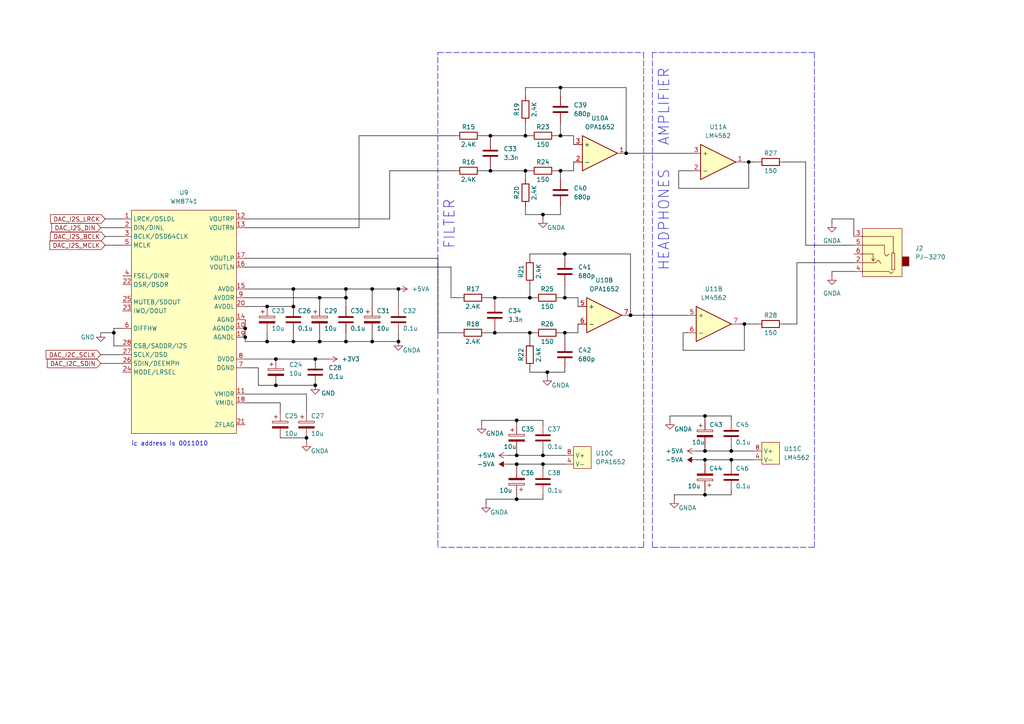
<source format=kicad_sch>
(kicad_sch (version 20211123) (generator eeschema)

  (uuid 5fa73b87-5d1d-40a4-9fcc-95e83f407b46)

  (paper "A4")

  (lib_symbols
    (symbol "LM4562_1" (in_bom yes) (on_board yes)
      (property "Reference" "U" (id 0) (at 0 8.89 0)
        (effects (font (size 1.27 1.27)))
      )
      (property "Value" "LM4562_1" (id 1) (at 0 -5.08 0)
        (effects (font (size 1.27 1.27)))
      )
      (property "Footprint" "rlib_ic:SOIC-8_3.9x4.9mm_P1.27mm" (id 2) (at 0 -7.62 0)
        (effects (font (size 1.27 1.27)) hide)
      )
      (property "Datasheet" "${RLIB}/ic/datasheets/LM4562.pdf" (id 3) (at 1.27 12.7 0)
        (effects (font (size 1.27 1.27)) hide)
      )
      (property "Manufacturer" "" (id 4) (at 0 0 0)
        (effects (font (size 1.27 1.27)))
      )
      (property "Mnfct. partnumber" "" (id 5) (at 0 0 0)
        (effects (font (size 1.27 1.27)))
      )
      (property "LSCS partnumber" "" (id 6) (at 0 0 0)
        (effects (font (size 1.27 1.27)))
      )
      (property "ki_locked" "" (id 7) (at 0 0 0)
        (effects (font (size 1.27 1.27)))
      )
      (symbol "LM4562_1_1_1"
        (polyline
          (pts
            (xy -3.81 7.62)
            (xy 6.35 2.54)
            (xy -3.81 -2.54)
            (xy -3.81 7.62)
          )
          (stroke (width 0.254) (type default) (color 0 0 0 0))
          (fill (type background))
        )
        (pin output line (at 8.89 2.54 180) (length 2.54)
          (name "~" (effects (font (size 1.27 1.27))))
          (number "1" (effects (font (size 1.27 1.27))))
        )
        (pin input line (at -6.35 0 0) (length 2.54)
          (name "-" (effects (font (size 1.27 1.27))))
          (number "2" (effects (font (size 1.27 1.27))))
        )
        (pin input line (at -6.35 5.08 0) (length 2.54)
          (name "+" (effects (font (size 1.27 1.27))))
          (number "3" (effects (font (size 1.27 1.27))))
        )
      )
      (symbol "LM4562_1_2_1"
        (polyline
          (pts
            (xy -3.81 7.62)
            (xy 6.35 2.54)
            (xy -3.81 -2.54)
            (xy -3.81 7.62)
          )
          (stroke (width 0.254) (type default) (color 0 0 0 0))
          (fill (type background))
        )
        (pin input line (at -6.35 5.08 0) (length 2.54)
          (name "+" (effects (font (size 1.27 1.27))))
          (number "5" (effects (font (size 1.27 1.27))))
        )
        (pin input line (at -6.35 0 0) (length 2.54)
          (name "-" (effects (font (size 1.27 1.27))))
          (number "6" (effects (font (size 1.27 1.27))))
        )
        (pin output line (at 8.89 2.54 180) (length 2.54)
          (name "~" (effects (font (size 1.27 1.27))))
          (number "7" (effects (font (size 1.27 1.27))))
        )
      )
      (symbol "LM4562_1_3_1"
        (rectangle (start -2.54 2.54) (end 2.54 -3.81)
          (stroke (width 0) (type default) (color 0 0 0 0))
          (fill (type background))
        )
        (pin power_in line (at -5.08 -2.54 0) (length 2.54)
          (name "V-" (effects (font (size 1.27 1.27))))
          (number "4" (effects (font (size 1.27 1.27))))
        )
        (pin power_in line (at -5.08 0 0) (length 2.54)
          (name "V+" (effects (font (size 1.27 1.27))))
          (number "8" (effects (font (size 1.27 1.27))))
        )
      )
    )
    (symbol "power:+3V3" (power) (pin_names (offset 0)) (in_bom yes) (on_board yes)
      (property "Reference" "#PWR" (id 0) (at 0 -3.81 0)
        (effects (font (size 1.27 1.27)) hide)
      )
      (property "Value" "+3V3" (id 1) (at 0 3.556 0)
        (effects (font (size 1.27 1.27)))
      )
      (property "Footprint" "" (id 2) (at 0 0 0)
        (effects (font (size 1.27 1.27)) hide)
      )
      (property "Datasheet" "" (id 3) (at 0 0 0)
        (effects (font (size 1.27 1.27)) hide)
      )
      (property "ki_keywords" "power-flag" (id 4) (at 0 0 0)
        (effects (font (size 1.27 1.27)) hide)
      )
      (property "ki_description" "Power symbol creates a global label with name \"+3V3\"" (id 5) (at 0 0 0)
        (effects (font (size 1.27 1.27)) hide)
      )
      (symbol "+3V3_0_1"
        (polyline
          (pts
            (xy -0.762 1.27)
            (xy 0 2.54)
          )
          (stroke (width 0) (type default) (color 0 0 0 0))
          (fill (type none))
        )
        (polyline
          (pts
            (xy 0 0)
            (xy 0 2.54)
          )
          (stroke (width 0) (type default) (color 0 0 0 0))
          (fill (type none))
        )
        (polyline
          (pts
            (xy 0 2.54)
            (xy 0.762 1.27)
          )
          (stroke (width 0) (type default) (color 0 0 0 0))
          (fill (type none))
        )
      )
      (symbol "+3V3_1_1"
        (pin power_in line (at 0 0 90) (length 0) hide
          (name "+3V3" (effects (font (size 1.27 1.27))))
          (number "1" (effects (font (size 1.27 1.27))))
        )
      )
    )
    (symbol "power:+5VA" (power) (pin_names (offset 0)) (in_bom yes) (on_board yes)
      (property "Reference" "#PWR" (id 0) (at 0 -3.81 0)
        (effects (font (size 1.27 1.27)) hide)
      )
      (property "Value" "+5VA" (id 1) (at 0 3.556 0)
        (effects (font (size 1.27 1.27)))
      )
      (property "Footprint" "" (id 2) (at 0 0 0)
        (effects (font (size 1.27 1.27)) hide)
      )
      (property "Datasheet" "" (id 3) (at 0 0 0)
        (effects (font (size 1.27 1.27)) hide)
      )
      (property "ki_keywords" "power-flag" (id 4) (at 0 0 0)
        (effects (font (size 1.27 1.27)) hide)
      )
      (property "ki_description" "Power symbol creates a global label with name \"+5VA\"" (id 5) (at 0 0 0)
        (effects (font (size 1.27 1.27)) hide)
      )
      (symbol "+5VA_0_1"
        (polyline
          (pts
            (xy -0.762 1.27)
            (xy 0 2.54)
          )
          (stroke (width 0) (type default) (color 0 0 0 0))
          (fill (type none))
        )
        (polyline
          (pts
            (xy 0 0)
            (xy 0 2.54)
          )
          (stroke (width 0) (type default) (color 0 0 0 0))
          (fill (type none))
        )
        (polyline
          (pts
            (xy 0 2.54)
            (xy 0.762 1.27)
          )
          (stroke (width 0) (type default) (color 0 0 0 0))
          (fill (type none))
        )
      )
      (symbol "+5VA_1_1"
        (pin power_in line (at 0 0 90) (length 0) hide
          (name "+5VA" (effects (font (size 1.27 1.27))))
          (number "1" (effects (font (size 1.27 1.27))))
        )
      )
    )
    (symbol "power:-5VA" (power) (pin_names (offset 0)) (in_bom yes) (on_board yes)
      (property "Reference" "#PWR" (id 0) (at 0 2.54 0)
        (effects (font (size 1.27 1.27)) hide)
      )
      (property "Value" "-5VA" (id 1) (at 0 3.81 0)
        (effects (font (size 1.27 1.27)))
      )
      (property "Footprint" "" (id 2) (at 0 0 0)
        (effects (font (size 1.27 1.27)) hide)
      )
      (property "Datasheet" "" (id 3) (at 0 0 0)
        (effects (font (size 1.27 1.27)) hide)
      )
      (property "ki_keywords" "power-flag" (id 4) (at 0 0 0)
        (effects (font (size 1.27 1.27)) hide)
      )
      (property "ki_description" "Power symbol creates a global label with name \"-5VA\"" (id 5) (at 0 0 0)
        (effects (font (size 1.27 1.27)) hide)
      )
      (symbol "-5VA_0_0"
        (pin power_in line (at 0 0 90) (length 0) hide
          (name "-5VA" (effects (font (size 1.27 1.27))))
          (number "1" (effects (font (size 1.27 1.27))))
        )
      )
      (symbol "-5VA_0_1"
        (polyline
          (pts
            (xy 0 0)
            (xy 0 1.27)
            (xy 0.762 1.27)
            (xy 0 2.54)
            (xy -0.762 1.27)
            (xy 0 1.27)
          )
          (stroke (width 0) (type default) (color 0 0 0 0))
          (fill (type outline))
        )
      )
    )
    (symbol "power:GND" (power) (pin_names (offset 0)) (in_bom yes) (on_board yes)
      (property "Reference" "#PWR" (id 0) (at 0 -6.35 0)
        (effects (font (size 1.27 1.27)) hide)
      )
      (property "Value" "GND" (id 1) (at 0 -3.81 0)
        (effects (font (size 1.27 1.27)))
      )
      (property "Footprint" "" (id 2) (at 0 0 0)
        (effects (font (size 1.27 1.27)) hide)
      )
      (property "Datasheet" "" (id 3) (at 0 0 0)
        (effects (font (size 1.27 1.27)) hide)
      )
      (property "ki_keywords" "power-flag" (id 4) (at 0 0 0)
        (effects (font (size 1.27 1.27)) hide)
      )
      (property "ki_description" "Power symbol creates a global label with name \"GND\" , ground" (id 5) (at 0 0 0)
        (effects (font (size 1.27 1.27)) hide)
      )
      (symbol "GND_0_1"
        (polyline
          (pts
            (xy 0 0)
            (xy 0 -1.27)
            (xy 1.27 -1.27)
            (xy 0 -2.54)
            (xy -1.27 -1.27)
            (xy 0 -1.27)
          )
          (stroke (width 0) (type default) (color 0 0 0 0))
          (fill (type none))
        )
      )
      (symbol "GND_1_1"
        (pin power_in line (at 0 0 270) (length 0) hide
          (name "GND" (effects (font (size 1.27 1.27))))
          (number "1" (effects (font (size 1.27 1.27))))
        )
      )
    )
    (symbol "power:GNDA" (power) (pin_names (offset 0)) (in_bom yes) (on_board yes)
      (property "Reference" "#PWR" (id 0) (at 0 -6.35 0)
        (effects (font (size 1.27 1.27)) hide)
      )
      (property "Value" "GNDA" (id 1) (at 0 -3.81 0)
        (effects (font (size 1.27 1.27)))
      )
      (property "Footprint" "" (id 2) (at 0 0 0)
        (effects (font (size 1.27 1.27)) hide)
      )
      (property "Datasheet" "" (id 3) (at 0 0 0)
        (effects (font (size 1.27 1.27)) hide)
      )
      (property "ki_keywords" "power-flag" (id 4) (at 0 0 0)
        (effects (font (size 1.27 1.27)) hide)
      )
      (property "ki_description" "Power symbol creates a global label with name \"GNDA\" , analog ground" (id 5) (at 0 0 0)
        (effects (font (size 1.27 1.27)) hide)
      )
      (symbol "GNDA_0_1"
        (polyline
          (pts
            (xy 0 0)
            (xy 0 -1.27)
            (xy 1.27 -1.27)
            (xy 0 -2.54)
            (xy -1.27 -1.27)
            (xy 0 -1.27)
          )
          (stroke (width 0) (type default) (color 0 0 0 0))
          (fill (type none))
        )
      )
      (symbol "GNDA_1_1"
        (pin power_in line (at 0 0 270) (length 0) hide
          (name "GNDA" (effects (font (size 1.27 1.27))))
          (number "1" (effects (font (size 1.27 1.27))))
        )
      )
    )
    (symbol "rlib_connectors:PJ-3270" (pin_names hide) (in_bom yes) (on_board yes)
      (property "Reference" "J" (id 0) (at -0.0343 9.1452 0)
        (effects (font (size 1.27 1.27)))
      )
      (property "Value" "PJ-3270" (id 1) (at 0.254 -8.636 0)
        (effects (font (size 1.27 1.27)))
      )
      (property "Footprint" "rlib_connectors:PJ-3270" (id 2) (at -1.27 11.43 0)
        (effects (font (size 1.27 1.27)) hide)
      )
      (property "Datasheet" "" (id 3) (at -3.302 9.398 0)
        (effects (font (size 1.27 1.27)) hide)
      )
      (property "ki_fp_filters" "Jack*" (id 4) (at 0 0 0)
        (effects (font (size 1.27 1.27)) hide)
      )
      (symbol "PJ-3270_0_1"
        (rectangle (start -8.3157 -0.8772) (end -6.5377 -3.4172)
          (stroke (width 0.254) (type default) (color 0 0 0 0))
          (fill (type outline))
        )
        (rectangle (start -6.35 7.366) (end 5.08 -6.604)
          (stroke (width 0) (type default) (color 0 0 0 0))
          (fill (type background))
        )
        (rectangle (start -4.2354 0.2691) (end -3.3866 -4.551)
          (stroke (width 0) (type default) (color 0 0 0 0))
          (fill (type none))
        )
        (polyline
          (pts
            (xy 2.0238 -2.0261)
            (xy 1.5134 -1.3456)
          )
          (stroke (width 0) (type default) (color 0 0 0 0))
          (fill (type none))
        )
        (polyline
          (pts
            (xy 2.032 -2.032)
            (xy 2.4775 -1.3078)
          )
          (stroke (width 0) (type default) (color 0 0 0 0))
          (fill (type none))
        )
        (polyline
          (pts
            (xy 2.032 0)
            (xy 2.032 -2.032)
          )
          (stroke (width 0) (type default) (color 0 0 0 0))
          (fill (type none))
        )
        (polyline
          (pts
            (xy -3.81 -5.08)
            (xy -3.175 -5.715)
            (xy -2.54 -5.08)
            (xy 5.334 -5.08)
          )
          (stroke (width 0) (type default) (color 0 0 0 0))
          (fill (type none))
        )
        (polyline
          (pts
            (xy -2.54 0)
            (xy -1.905 -0.635)
            (xy -1.27 0)
            (xy -1.27 2.54)
            (xy 5.08 2.54)
          )
          (stroke (width 0) (type default) (color 0 0 0 0))
          (fill (type none))
        )
        (polyline
          (pts
            (xy -0.254 -2.794)
            (xy -0.254 -2.794)
            (xy 0.508 -1.778)
            (xy 1.27 -2.54)
            (xy 5.207 -2.54)
          )
          (stroke (width 0) (type default) (color 0 0 0 0))
          (fill (type none))
        )
        (polyline
          (pts
            (xy 5.334 0)
            (xy 2.54 0)
            (xy 2.032 0)
            (xy 2.032 0)
            (xy 2.032 0)
          )
          (stroke (width 0) (type default) (color 0 0 0 0))
          (fill (type none))
        )
        (polyline
          (pts
            (xy 5.334 5.08)
            (xy -3.81 5.08)
            (xy -3.81 3.302)
            (xy -3.81 3.302)
            (xy -3.8099 0.3071)
          )
          (stroke (width 0) (type default) (color 0 0 0 0))
          (fill (type none))
        )
      )
      (symbol "PJ-3270_1_1"
        (pin passive line (at 7.62 -2.54 180) (length 2.54)
          (name "2" (effects (font (size 1.27 1.27))))
          (number "2" (effects (font (size 1.27 1.27))))
        )
        (pin passive line (at 7.62 5.08 180) (length 2.54)
          (name "3" (effects (font (size 1.27 1.27))))
          (number "3" (effects (font (size 1.27 1.27))))
        )
        (pin passive line (at 7.62 -5.08 180) (length 2.54)
          (name "4" (effects (font (size 1.27 1.27))))
          (number "4" (effects (font (size 1.27 1.27))))
        )
        (pin passive line (at 7.62 2.54 180) (length 2.54)
          (name "5" (effects (font (size 1.27 1.27))))
          (number "5" (effects (font (size 1.27 1.27))))
        )
        (pin passive line (at 7.62 0 180) (length 2.54)
          (name "6" (effects (font (size 1.27 1.27))))
          (number "6" (effects (font (size 1.27 1.27))))
        )
      )
    )
    (symbol "rlib_ic:LM4562" (in_bom yes) (on_board yes)
      (property "Reference" "U" (id 0) (at 0 8.89 0)
        (effects (font (size 1.27 1.27)))
      )
      (property "Value" "LM4562" (id 1) (at 0 -5.08 0)
        (effects (font (size 1.27 1.27)))
      )
      (property "Footprint" "rlib_ic:SOIC-8_3.9x4.9mm_P1.27mm" (id 2) (at 0 -7.62 0)
        (effects (font (size 1.27 1.27)) hide)
      )
      (property "Datasheet" "${RLIB}/ic/datasheets/LM4562.pdf" (id 3) (at 1.27 12.7 0)
        (effects (font (size 1.27 1.27)) hide)
      )
      (property "Manufacturer" "" (id 4) (at 0 0 0)
        (effects (font (size 1.27 1.27)))
      )
      (property "Mnfct. partnumber" "" (id 5) (at 0 0 0)
        (effects (font (size 1.27 1.27)))
      )
      (property "LSCS partnumber" "" (id 6) (at 0 0 0)
        (effects (font (size 1.27 1.27)))
      )
      (property "ki_locked" "" (id 7) (at 0 0 0)
        (effects (font (size 1.27 1.27)))
      )
      (symbol "LM4562_1_1"
        (polyline
          (pts
            (xy -3.81 7.62)
            (xy 6.35 2.54)
            (xy -3.81 -2.54)
            (xy -3.81 7.62)
          )
          (stroke (width 0.254) (type default) (color 0 0 0 0))
          (fill (type background))
        )
        (pin output line (at 8.89 2.54 180) (length 2.54)
          (name "~" (effects (font (size 1.27 1.27))))
          (number "1" (effects (font (size 1.27 1.27))))
        )
        (pin input line (at -6.35 0 0) (length 2.54)
          (name "-" (effects (font (size 1.27 1.27))))
          (number "2" (effects (font (size 1.27 1.27))))
        )
        (pin input line (at -6.35 5.08 0) (length 2.54)
          (name "+" (effects (font (size 1.27 1.27))))
          (number "3" (effects (font (size 1.27 1.27))))
        )
      )
      (symbol "LM4562_2_1"
        (polyline
          (pts
            (xy -3.81 7.62)
            (xy 6.35 2.54)
            (xy -3.81 -2.54)
            (xy -3.81 7.62)
          )
          (stroke (width 0.254) (type default) (color 0 0 0 0))
          (fill (type background))
        )
        (pin input line (at -6.35 5.08 0) (length 2.54)
          (name "+" (effects (font (size 1.27 1.27))))
          (number "5" (effects (font (size 1.27 1.27))))
        )
        (pin input line (at -6.35 0 0) (length 2.54)
          (name "-" (effects (font (size 1.27 1.27))))
          (number "6" (effects (font (size 1.27 1.27))))
        )
        (pin output line (at 8.89 2.54 180) (length 2.54)
          (name "~" (effects (font (size 1.27 1.27))))
          (number "7" (effects (font (size 1.27 1.27))))
        )
      )
      (symbol "LM4562_3_1"
        (rectangle (start -2.54 2.54) (end 2.54 -3.81)
          (stroke (width 0) (type default) (color 0 0 0 0))
          (fill (type background))
        )
        (pin power_in line (at -5.08 -2.54 0) (length 2.54)
          (name "V-" (effects (font (size 1.27 1.27))))
          (number "4" (effects (font (size 1.27 1.27))))
        )
        (pin power_in line (at -5.08 0 0) (length 2.54)
          (name "V+" (effects (font (size 1.27 1.27))))
          (number "8" (effects (font (size 1.27 1.27))))
        )
      )
    )
    (symbol "rlib_ic:OPA1652" (in_bom yes) (on_board yes)
      (property "Reference" "U" (id 0) (at 0 8.89 0)
        (effects (font (size 1.27 1.27)))
      )
      (property "Value" "OPA1652" (id 1) (at 0 -5.08 0)
        (effects (font (size 1.27 1.27)))
      )
      (property "Footprint" "rlib_ic:SOIC-8_3.9x4.9mm_P1.27mm" (id 2) (at 0 -7.62 0)
        (effects (font (size 1.27 1.27)) hide)
      )
      (property "Datasheet" "${RLIB}/ic/datasheets/OPA1652.pdf" (id 3) (at 1.27 12.7 0)
        (effects (font (size 1.27 1.27)) hide)
      )
      (property "Manufacturer" "" (id 4) (at 0 0 0)
        (effects (font (size 1.27 1.27)))
      )
      (property "Mnfct. partnumber" "" (id 5) (at 0 0 0)
        (effects (font (size 1.27 1.27)))
      )
      (property "LCSC partnumber" "" (id 6) (at 0 0 0)
        (effects (font (size 1.27 1.27)))
      )
      (property "ki_locked" "" (id 7) (at 0 0 0)
        (effects (font (size 1.27 1.27)))
      )
      (symbol "OPA1652_1_1"
        (polyline
          (pts
            (xy -3.81 7.62)
            (xy 6.35 2.54)
            (xy -3.81 -2.54)
            (xy -3.81 7.62)
          )
          (stroke (width 0.254) (type default) (color 0 0 0 0))
          (fill (type background))
        )
        (pin output line (at 8.89 2.54 180) (length 2.54)
          (name "~" (effects (font (size 1.27 1.27))))
          (number "1" (effects (font (size 1.27 1.27))))
        )
        (pin input line (at -6.35 0 0) (length 2.54)
          (name "-" (effects (font (size 1.27 1.27))))
          (number "2" (effects (font (size 1.27 1.27))))
        )
        (pin input line (at -6.35 5.08 0) (length 2.54)
          (name "+" (effects (font (size 1.27 1.27))))
          (number "3" (effects (font (size 1.27 1.27))))
        )
      )
      (symbol "OPA1652_2_1"
        (polyline
          (pts
            (xy -3.81 7.62)
            (xy 6.35 2.54)
            (xy -3.81 -2.54)
            (xy -3.81 7.62)
          )
          (stroke (width 0.254) (type default) (color 0 0 0 0))
          (fill (type background))
        )
        (pin input line (at -6.35 5.08 0) (length 2.54)
          (name "+" (effects (font (size 1.27 1.27))))
          (number "5" (effects (font (size 1.27 1.27))))
        )
        (pin input line (at -6.35 0 0) (length 2.54)
          (name "-" (effects (font (size 1.27 1.27))))
          (number "6" (effects (font (size 1.27 1.27))))
        )
        (pin output line (at 8.89 2.54 180) (length 2.54)
          (name "~" (effects (font (size 1.27 1.27))))
          (number "7" (effects (font (size 1.27 1.27))))
        )
      )
      (symbol "OPA1652_3_1"
        (rectangle (start -2.54 2.54) (end 2.54 -3.81)
          (stroke (width 0) (type default) (color 0 0 0 0))
          (fill (type background))
        )
        (pin power_in line (at -5.08 -2.54 0) (length 2.54)
          (name "V-" (effects (font (size 1.27 1.27))))
          (number "4" (effects (font (size 1.27 1.27))))
        )
        (pin power_in line (at -5.08 0 0) (length 2.54)
          (name "V+" (effects (font (size 1.27 1.27))))
          (number "8" (effects (font (size 1.27 1.27))))
        )
      )
    )
    (symbol "rlib_ic:WM8741" (in_bom yes) (on_board yes)
      (property "Reference" "U" (id 0) (at 0 17.78 0)
        (effects (font (size 1.27 1.27)))
      )
      (property "Value" "WM8741" (id 1) (at 0 -49.53 0)
        (effects (font (size 1.27 1.27)))
      )
      (property "Footprint" "rlib_ic:SSOP-28_5.3x10.2mm_P0.65mm" (id 2) (at 0 -52.07 0)
        (effects (font (size 1.27 1.27)) hide)
      )
      (property "Datasheet" "${RLIB}/ic/datasheets/WM8741.pdf" (id 3) (at 0 21.59 0)
        (effects (font (size 1.27 1.27)) hide)
      )
      (property "Manufacturer" "" (id 4) (at 0 0 0)
        (effects (font (size 1.27 1.27)))
      )
      (property "Mnfct. partnumber" "" (id 5) (at 0 0 0)
        (effects (font (size 1.27 1.27)))
      )
      (property "LCSC partnumber" "" (id 6) (at 0 0 0)
        (effects (font (size 1.27 1.27)))
      )
      (symbol "WM8741_0_0"
        (pin input line (at -17.78 13.97 0) (length 2.54)
          (name "LRCK/DSLDL" (effects (font (size 1.27 1.27))))
          (number "1" (effects (font (size 1.27 1.27))))
        )
        (pin power_in line (at 17.78 -17.78 180) (length 2.54)
          (name "AGNDR" (effects (font (size 1.27 1.27))))
          (number "10" (effects (font (size 1.27 1.27))))
        )
        (pin output line (at 17.78 -36.83 180) (length 2.54)
          (name "VMIDR" (effects (font (size 1.27 1.27))))
          (number "11" (effects (font (size 1.27 1.27))))
        )
        (pin output line (at 17.78 13.97 180) (length 2.54)
          (name "VOUTRP" (effects (font (size 1.27 1.27))))
          (number "12" (effects (font (size 1.27 1.27))))
        )
        (pin output line (at 17.78 11.43 180) (length 2.54)
          (name "VOUTRN" (effects (font (size 1.27 1.27))))
          (number "13" (effects (font (size 1.27 1.27))))
        )
        (pin power_in line (at 17.78 -15.24 180) (length 2.54)
          (name "AGND" (effects (font (size 1.27 1.27))))
          (number "14" (effects (font (size 1.27 1.27))))
        )
        (pin power_in line (at 17.78 -6.35 180) (length 2.54)
          (name "AVDD" (effects (font (size 1.27 1.27))))
          (number "15" (effects (font (size 1.27 1.27))))
        )
        (pin output line (at 17.78 0 180) (length 2.54)
          (name "VOUTLN" (effects (font (size 1.27 1.27))))
          (number "16" (effects (font (size 1.27 1.27))))
        )
        (pin output line (at 17.78 2.54 180) (length 2.54)
          (name "VOUTLP" (effects (font (size 1.27 1.27))))
          (number "17" (effects (font (size 1.27 1.27))))
        )
        (pin output line (at 17.78 -39.37 180) (length 2.54)
          (name "VMIDL" (effects (font (size 1.27 1.27))))
          (number "18" (effects (font (size 1.27 1.27))))
        )
        (pin power_in line (at 17.78 -20.32 180) (length 2.54)
          (name "AGNDL" (effects (font (size 1.27 1.27))))
          (number "19" (effects (font (size 1.27 1.27))))
        )
        (pin input line (at -17.78 11.43 0) (length 2.54)
          (name "DIN/DINL" (effects (font (size 1.27 1.27))))
          (number "2" (effects (font (size 1.27 1.27))))
        )
        (pin power_in line (at 17.78 -11.43 180) (length 2.54)
          (name "AVDDL" (effects (font (size 1.27 1.27))))
          (number "20" (effects (font (size 1.27 1.27))))
        )
        (pin output line (at 17.78 -45.72 180) (length 2.54)
          (name "ZFLAG" (effects (font (size 1.27 1.27))))
          (number "21" (effects (font (size 1.27 1.27))))
        )
        (pin input line (at -17.78 -5.08 0) (length 2.54)
          (name "OSR/DSDR" (effects (font (size 1.27 1.27))))
          (number "22" (effects (font (size 1.27 1.27))))
        )
        (pin bidirectional line (at -17.78 -12.7 0) (length 2.54)
          (name "IWO/DOUT" (effects (font (size 1.27 1.27))))
          (number "23" (effects (font (size 1.27 1.27))))
        )
        (pin input line (at -17.78 -30.48 0) (length 2.54)
          (name "MODE/LRSEL" (effects (font (size 1.27 1.27))))
          (number "24" (effects (font (size 1.27 1.27))))
        )
        (pin bidirectional line (at -17.78 -10.16 0) (length 2.54)
          (name "MUTEB/SDOUT" (effects (font (size 1.27 1.27))))
          (number "25" (effects (font (size 1.27 1.27))))
        )
        (pin input line (at -17.78 -27.94 0) (length 2.54)
          (name "SDIN/DEEMPH" (effects (font (size 1.27 1.27))))
          (number "26" (effects (font (size 1.27 1.27))))
        )
        (pin input line (at -17.78 -25.4 0) (length 2.54)
          (name "SCLK/DSD" (effects (font (size 1.27 1.27))))
          (number "27" (effects (font (size 1.27 1.27))))
        )
        (pin input line (at -17.78 -22.86 0) (length 2.54)
          (name "CSB/SADDR/I2S" (effects (font (size 1.27 1.27))))
          (number "28" (effects (font (size 1.27 1.27))))
        )
        (pin input line (at -17.78 8.89 0) (length 2.54)
          (name "BCLK/DSD64CLK" (effects (font (size 1.27 1.27))))
          (number "3" (effects (font (size 1.27 1.27))))
        )
        (pin input line (at -17.78 -2.54 0) (length 2.54)
          (name "FSEL/DINR" (effects (font (size 1.27 1.27))))
          (number "4" (effects (font (size 1.27 1.27))))
        )
        (pin input line (at -17.78 6.35 0) (length 2.54)
          (name "MCLK" (effects (font (size 1.27 1.27))))
          (number "5" (effects (font (size 1.27 1.27))))
        )
        (pin input line (at -17.78 -17.78 0) (length 2.54)
          (name "DIFFHW" (effects (font (size 1.27 1.27))))
          (number "6" (effects (font (size 1.27 1.27))))
        )
        (pin power_in line (at 17.78 -29.21 180) (length 2.54)
          (name "DGND" (effects (font (size 1.27 1.27))))
          (number "7" (effects (font (size 1.27 1.27))))
        )
        (pin power_in line (at 17.78 -26.67 180) (length 2.54)
          (name "DVDD" (effects (font (size 1.27 1.27))))
          (number "8" (effects (font (size 1.27 1.27))))
        )
        (pin power_in line (at 17.78 -8.89 180) (length 2.54)
          (name "AVDDR" (effects (font (size 1.27 1.27))))
          (number "9" (effects (font (size 1.27 1.27))))
        )
      )
      (symbol "WM8741_0_1"
        (rectangle (start -15.24 16.51) (end 15.24 -48.26)
          (stroke (width 0) (type default) (color 0 0 0 0))
          (fill (type background))
        )
      )
    )
    (symbol "rlib_passive:C" (pin_numbers hide) (pin_names (offset 0.254)) (in_bom yes) (on_board yes)
      (property "Reference" "C" (id 0) (at 0.635 2.54 0)
        (effects (font (size 1.27 1.27)) (justify left))
      )
      (property "Value" "C" (id 1) (at 0.635 -2.54 0)
        (effects (font (size 1.27 1.27)) (justify left))
      )
      (property "Footprint" "" (id 2) (at 0.9652 -3.81 0)
        (effects (font (size 1.27 1.27)) hide)
      )
      (property "Datasheet" "~" (id 3) (at 0 0 0)
        (effects (font (size 1.27 1.27)) hide)
      )
      (property "Voltage" "" (id 4) (at 0 0 0)
        (effects (font (size 1.27 1.27)))
      )
      (property "LSCS Partnumber" "" (id 5) (at 0 0 0)
        (effects (font (size 1.27 1.27)))
      )
      (property "Tolerance" "" (id 6) (at 0 0 0)
        (effects (font (size 1.27 1.27)))
      )
      (property "Manufacturer" "" (id 7) (at 0 0 0)
        (effects (font (size 1.27 1.27)))
      )
      (property "ki_keywords" "cap capacitor" (id 8) (at 0 0 0)
        (effects (font (size 1.27 1.27)) hide)
      )
      (property "ki_description" "Unpolarized capacitor" (id 9) (at 0 0 0)
        (effects (font (size 1.27 1.27)) hide)
      )
      (property "ki_fp_filters" "C_*" (id 10) (at 0 0 0)
        (effects (font (size 1.27 1.27)) hide)
      )
      (symbol "C_0_1"
        (polyline
          (pts
            (xy -2.032 -0.762)
            (xy 2.032 -0.762)
          )
          (stroke (width 0.508) (type default) (color 0 0 0 0))
          (fill (type none))
        )
        (polyline
          (pts
            (xy -2.032 0.762)
            (xy 2.032 0.762)
          )
          (stroke (width 0.508) (type default) (color 0 0 0 0))
          (fill (type none))
        )
      )
      (symbol "C_1_1"
        (pin passive line (at 0 3.81 270) (length 2.794)
          (name "~" (effects (font (size 1.27 1.27))))
          (number "1" (effects (font (size 1.27 1.27))))
        )
        (pin passive line (at 0 -3.81 90) (length 2.794)
          (name "~" (effects (font (size 1.27 1.27))))
          (number "2" (effects (font (size 1.27 1.27))))
        )
      )
    )
    (symbol "rlib_passive:C_Pol" (pin_numbers hide) (pin_names (offset 0.254)) (in_bom yes) (on_board yes)
      (property "Reference" "C" (id 0) (at 0.635 2.54 0)
        (effects (font (size 1.27 1.27)) (justify left))
      )
      (property "Value" "C_Pol" (id 1) (at 0.635 -2.54 0)
        (effects (font (size 1.27 1.27)) (justify left))
      )
      (property "Footprint" "" (id 2) (at 0.9652 -3.81 0)
        (effects (font (size 1.27 1.27)) hide)
      )
      (property "Datasheet" "~" (id 3) (at 0 0 0)
        (effects (font (size 1.27 1.27)) hide)
      )
      (property "LCSC Partnumber" "" (id 4) (at 0 0 0)
        (effects (font (size 1.27 1.27)))
      )
      (property "Tolerance" "" (id 5) (at 0 0 0)
        (effects (font (size 1.27 1.27)))
      )
      (property "Manufacturer" "" (id 6) (at 0 0 0)
        (effects (font (size 1.27 1.27)))
      )
      (property "ki_keywords" "cap capacitor" (id 7) (at 0 0 0)
        (effects (font (size 1.27 1.27)) hide)
      )
      (property "ki_description" "Polarized capacitor" (id 8) (at 0 0 0)
        (effects (font (size 1.27 1.27)) hide)
      )
      (property "ki_fp_filters" "CP_*" (id 9) (at 0 0 0)
        (effects (font (size 1.27 1.27)) hide)
      )
      (symbol "C_Pol_0_1"
        (rectangle (start -2.286 0.508) (end 2.286 1.016)
          (stroke (width 0) (type default) (color 0 0 0 0))
          (fill (type none))
        )
        (polyline
          (pts
            (xy -1.778 2.286)
            (xy -0.762 2.286)
          )
          (stroke (width 0) (type default) (color 0 0 0 0))
          (fill (type none))
        )
        (polyline
          (pts
            (xy -1.27 2.794)
            (xy -1.27 1.778)
          )
          (stroke (width 0) (type default) (color 0 0 0 0))
          (fill (type none))
        )
        (rectangle (start 2.286 -0.508) (end -2.286 -1.016)
          (stroke (width 0) (type default) (color 0 0 0 0))
          (fill (type outline))
        )
      )
      (symbol "C_Pol_1_1"
        (pin passive line (at 0 3.81 270) (length 2.794)
          (name "~" (effects (font (size 1.27 1.27))))
          (number "1" (effects (font (size 1.27 1.27))))
        )
        (pin passive line (at 0 -3.81 90) (length 2.794)
          (name "~" (effects (font (size 1.27 1.27))))
          (number "2" (effects (font (size 1.27 1.27))))
        )
      )
    )
    (symbol "rlib_passive:R" (pin_numbers hide) (pin_names (offset 0)) (in_bom yes) (on_board yes)
      (property "Reference" "R" (id 0) (at 2.032 0 90)
        (effects (font (size 1.27 1.27)))
      )
      (property "Value" "R" (id 1) (at 0 0 90)
        (effects (font (size 1.27 1.27)))
      )
      (property "Footprint" "" (id 2) (at -1.778 0 90)
        (effects (font (size 1.27 1.27)) hide)
      )
      (property "Datasheet" "~" (id 3) (at 0 0 0)
        (effects (font (size 1.27 1.27)) hide)
      )
      (property "Tolerance" "" (id 4) (at 0 0 0)
        (effects (font (size 1.27 1.27)))
      )
      (property "LSCS Partnumber" "" (id 5) (at 0 0 0)
        (effects (font (size 1.27 1.27)))
      )
      (property "Manufacturer" "" (id 6) (at 0 0 0)
        (effects (font (size 1.27 1.27)))
      )
      (property "ki_keywords" "R res resistor" (id 7) (at 0 0 0)
        (effects (font (size 1.27 1.27)) hide)
      )
      (property "ki_description" "Resistor" (id 8) (at 0 0 0)
        (effects (font (size 1.27 1.27)) hide)
      )
      (property "ki_fp_filters" "R_*" (id 9) (at 0 0 0)
        (effects (font (size 1.27 1.27)) hide)
      )
      (symbol "R_0_1"
        (rectangle (start -1.016 -2.54) (end 1.016 2.54)
          (stroke (width 0.254) (type default) (color 0 0 0 0))
          (fill (type none))
        )
      )
      (symbol "R_1_1"
        (pin passive line (at 0 3.81 270) (length 1.27)
          (name "~" (effects (font (size 1.27 1.27))))
          (number "1" (effects (font (size 1.27 1.27))))
        )
        (pin passive line (at 0 -3.81 90) (length 1.27)
          (name "~" (effects (font (size 1.27 1.27))))
          (number "2" (effects (font (size 1.27 1.27))))
        )
      )
    )
  )

  (junction (at 142.24 39.37) (diameter 0) (color 0 0 0 1)
    (uuid 099a03c2-31af-40e7-81e5-93bd64747ade)
  )
  (junction (at 152.4 39.37) (diameter 0) (color 0 0 0 1)
    (uuid 0e7c4943-e124-49e3-9847-1f5315b93391)
  )
  (junction (at 85.09 88.9) (diameter 0) (color 0 0 0 1)
    (uuid 12711190-4dab-41d4-9057-5f68a4bf8844)
  )
  (junction (at 80.01 111.76) (diameter 0) (color 0 0 0 1)
    (uuid 17a64cf4-b466-4a65-b36c-d052c47398f7)
  )
  (junction (at 149.86 121.92) (diameter 0) (color 0 0 0 1)
    (uuid 1952b93e-7c1f-4438-abe8-0ea35cfecda3)
  )
  (junction (at 163.83 96.52) (diameter 0) (color 0 0 0 1)
    (uuid 1c00700e-da52-4414-991d-e079ca6367e7)
  )
  (junction (at 163.83 86.36) (diameter 0) (color 0 0 0 1)
    (uuid 2a0aad20-5d2e-4f79-8142-96e3b0c93c48)
  )
  (junction (at 85.09 99.06) (diameter 0) (color 0 0 0 1)
    (uuid 3565a08d-748b-42e2-bf76-46b969dcd73a)
  )
  (junction (at 204.47 130.81) (diameter 0) (color 0 0 0 1)
    (uuid 3b5c55ae-c96a-4e93-871f-ed5654389226)
  )
  (junction (at 162.56 39.37) (diameter 0) (color 0 0 0 1)
    (uuid 3b797993-cefe-481e-9231-8b71e028c060)
  )
  (junction (at 182.88 91.44) (diameter 0) (color 0 0 0 1)
    (uuid 3cd0339c-ecb0-407d-b275-7bc2df8149ff)
  )
  (junction (at 77.47 88.9) (diameter 0) (color 0 0 0 1)
    (uuid 3e752b2b-8220-4438-9257-be7bbbc82029)
  )
  (junction (at 162.56 49.53) (diameter 0) (color 0 0 0 1)
    (uuid 406b0482-944e-4726-8971-a2dd3b8de340)
  )
  (junction (at 157.48 134.62) (diameter 0) (color 0 0 0 1)
    (uuid 43347251-356e-4bff-af41-5e091df00ac1)
  )
  (junction (at 115.57 99.06) (diameter 0) (color 0 0 0 1)
    (uuid 4c4cf5b9-6232-4446-afff-bc9e62573f2e)
  )
  (junction (at 91.44 104.14) (diameter 0) (color 0 0 0 1)
    (uuid 532bfe81-7499-4170-b2e7-bee73c422b62)
  )
  (junction (at 107.95 99.06) (diameter 0) (color 0 0 0 1)
    (uuid 550954db-6afe-4ea9-bd27-d786d655394c)
  )
  (junction (at 100.33 99.06) (diameter 0) (color 0 0 0 1)
    (uuid 586f03fd-1e0c-4ffc-b025-982b5f835bdf)
  )
  (junction (at 71.12 95.25) (diameter 0) (color 0 0 0 1)
    (uuid 5a73fdb8-00a8-4842-9f9a-6a556213c97f)
  )
  (junction (at 212.09 133.35) (diameter 0) (color 0 0 0 1)
    (uuid 60825720-ec18-4ada-b01e-1ad21b4eaed0)
  )
  (junction (at 143.51 96.52) (diameter 0) (color 0 0 0 1)
    (uuid 61d587b7-8194-4137-a223-3f617dba5e37)
  )
  (junction (at 92.71 99.06) (diameter 0) (color 0 0 0 1)
    (uuid 61e04bea-fa2c-461a-becb-05d1c1aa2339)
  )
  (junction (at 107.95 83.82) (diameter 0) (color 0 0 0 1)
    (uuid 6b7e4180-1069-4ebe-b41e-3402735c5702)
  )
  (junction (at 77.47 99.06) (diameter 0) (color 0 0 0 1)
    (uuid 6e63e93b-4458-4abf-8292-e28043e691fa)
  )
  (junction (at 157.48 62.23) (diameter 0) (color 0 0 0 1)
    (uuid 7231bc63-6b40-4cbb-b802-325961bdb7b2)
  )
  (junction (at 91.44 111.76) (diameter 0) (color 0 0 0 1)
    (uuid 72a7c8a6-c98c-4b3d-8672-d9cb089ee8e8)
  )
  (junction (at 181.61 44.45) (diameter 0) (color 0 0 0 1)
    (uuid 7424e364-b555-4746-8390-bbfeea49f34b)
  )
  (junction (at 162.56 25.4) (diameter 0) (color 0 0 0 1)
    (uuid 78abc9b9-d74e-41d7-a0b4-bea989b5c740)
  )
  (junction (at 142.24 49.53) (diameter 0) (color 0 0 0 1)
    (uuid 7be93c39-d843-4d8b-936e-db41f31e9e06)
  )
  (junction (at 71.12 97.79) (diameter 0) (color 0 0 0 1)
    (uuid 8d07f675-cdcb-4741-b88e-1ad0ade16fea)
  )
  (junction (at 33.02 96.52) (diameter 0) (color 0 0 0 1)
    (uuid 8f3a6a2f-68f7-49ca-b37f-59f9d1e053b7)
  )
  (junction (at 149.86 132.08) (diameter 0) (color 0 0 0 1)
    (uuid 92bc921d-e0c5-415c-90cd-59c057512a82)
  )
  (junction (at 149.86 144.78) (diameter 0) (color 0 0 0 1)
    (uuid 95a2a0c3-7aca-475b-8f17-c9d0615b2b25)
  )
  (junction (at 157.48 132.08) (diameter 0) (color 0 0 0 1)
    (uuid 99d5d3f3-1661-4424-9355-2df004660bf6)
  )
  (junction (at 212.09 130.81) (diameter 0) (color 0 0 0 1)
    (uuid 9c9562ab-fead-452c-9048-4711e5a30826)
  )
  (junction (at 217.17 46.99) (diameter 0) (color 0 0 0 1)
    (uuid 9f12a9a6-6d5c-4bf3-9928-cbe259b8d476)
  )
  (junction (at 88.9 127) (diameter 0) (color 0 0 0 1)
    (uuid a516bb86-c21c-4efa-92c4-c69069a4c8b5)
  )
  (junction (at 204.47 120.65) (diameter 0) (color 0 0 0 1)
    (uuid aa58c926-d664-466e-893f-738e766a588d)
  )
  (junction (at 152.4 49.53) (diameter 0) (color 0 0 0 1)
    (uuid b698a813-1088-48f7-b4db-e14aa62bb7e2)
  )
  (junction (at 80.01 104.14) (diameter 0) (color 0 0 0 1)
    (uuid b69cf49f-febd-4fce-b231-49f37cff6251)
  )
  (junction (at 100.33 83.82) (diameter 0) (color 0 0 0 1)
    (uuid bdc0d8ef-74d3-40aa-90ea-09291259094c)
  )
  (junction (at 215.9 93.98) (diameter 0) (color 0 0 0 1)
    (uuid c7808f3f-7cd6-437d-94a6-7d4617bde303)
  )
  (junction (at 100.33 86.36) (diameter 0) (color 0 0 0 1)
    (uuid d3b97d50-10c8-41cd-b0c2-6c156d0b66a3)
  )
  (junction (at 163.83 73.66) (diameter 0) (color 0 0 0 1)
    (uuid d4118196-bb18-4e98-8c74-17bbe9b61fd5)
  )
  (junction (at 115.57 83.82) (diameter 0) (color 0 0 0 1)
    (uuid d5657c79-94b1-42b6-9944-2968c33bd7dd)
  )
  (junction (at 204.47 133.35) (diameter 0) (color 0 0 0 1)
    (uuid ddc9fff0-b018-4162-ac91-caf520ab89cd)
  )
  (junction (at 149.86 134.62) (diameter 0) (color 0 0 0 1)
    (uuid deea6737-3360-42cb-ab51-5044a20186f5)
  )
  (junction (at 143.51 86.36) (diameter 0) (color 0 0 0 1)
    (uuid e0a36037-4a3e-4798-b43d-735ea7fc5736)
  )
  (junction (at 92.71 86.36) (diameter 0) (color 0 0 0 1)
    (uuid e2b0cb92-742f-4e26-9e7e-13f8850ed277)
  )
  (junction (at 153.67 86.36) (diameter 0) (color 0 0 0 1)
    (uuid e3190123-0c90-4ad7-91da-7d26c8d6edfb)
  )
  (junction (at 158.75 107.95) (diameter 0) (color 0 0 0 1)
    (uuid e54e6313-e8bf-41a4-8ba7-69412ec4ee3c)
  )
  (junction (at 153.67 96.52) (diameter 0) (color 0 0 0 1)
    (uuid ed4781b3-93cb-471a-bed0-f8710037054f)
  )
  (junction (at 204.47 143.51) (diameter 0) (color 0 0 0 1)
    (uuid f677c6eb-dd9f-428b-81b1-cd6f5592b6a6)
  )
  (junction (at 85.09 83.82) (diameter 0) (color 0 0 0 1)
    (uuid fbe036d5-82a1-461e-9dfd-2339d2af524b)
  )

  (wire (pts (xy 107.95 83.82) (xy 107.95 88.9))
    (stroke (width 0) (type default) (color 0 0 0 1))
    (uuid 004f760f-b2c6-4868-9054-1e7c233ab5ba)
  )
  (wire (pts (xy 139.7 121.92) (xy 149.86 121.92))
    (stroke (width 0) (type default) (color 0 0 0 1))
    (uuid 0345cd81-4ff4-4650-9d39-c26f9123c1d9)
  )
  (wire (pts (xy 154.94 96.52) (xy 153.67 96.52))
    (stroke (width 0) (type default) (color 0 0 0 1))
    (uuid 0360cd2a-ee0b-4b66-b426-88cab27db76a)
  )
  (wire (pts (xy 163.83 96.52) (xy 167.64 96.52))
    (stroke (width 0) (type default) (color 0 0 0 1))
    (uuid 0553ddb6-76e5-4e71-872a-dd7396b930e3)
  )
  (wire (pts (xy 200.66 49.53) (xy 196.85 49.53))
    (stroke (width 0) (type default) (color 0 0 0 1))
    (uuid 063f08f8-9bf7-4f08-8562-a5fa2cbda379)
  )
  (wire (pts (xy 212.09 121.92) (xy 212.09 120.65))
    (stroke (width 0) (type default) (color 0 0 0 1))
    (uuid 06e27d53-7865-4b0b-af37-54ba60a72287)
  )
  (wire (pts (xy 198.12 101.6) (xy 215.9 101.6))
    (stroke (width 0) (type default) (color 0 0 0 1))
    (uuid 07220901-df8b-439f-906d-d95df8f09816)
  )
  (wire (pts (xy 74.93 106.68) (xy 74.93 111.76))
    (stroke (width 0) (type default) (color 0 0 0 1))
    (uuid 073e9ab5-9cee-44ef-96bc-af9f134c91c7)
  )
  (wire (pts (xy 163.83 99.06) (xy 163.83 96.52))
    (stroke (width 0) (type default) (color 0 0 0 1))
    (uuid 075f18e4-5a44-47d0-b1d3-f27b11f7e5c9)
  )
  (wire (pts (xy 181.61 44.45) (xy 181.61 25.4))
    (stroke (width 0) (type default) (color 0 0 0 1))
    (uuid 08912ca4-df05-4809-8a63-0cffea5e634a)
  )
  (wire (pts (xy 100.33 88.9) (xy 100.33 86.36))
    (stroke (width 0) (type default) (color 0 0 0 1))
    (uuid 094c9a50-1feb-4032-817c-8c4e32add8e5)
  )
  (wire (pts (xy 163.83 73.66) (xy 163.83 74.93))
    (stroke (width 0) (type default) (color 0 0 0 1))
    (uuid 09e2a910-e01f-457d-9bb5-8ebc0dd80af8)
  )
  (wire (pts (xy 107.95 83.82) (xy 115.57 83.82))
    (stroke (width 0) (type default) (color 0 0 0 1))
    (uuid 0c46d1ae-710f-437e-aee3-b69a58092da3)
  )
  (wire (pts (xy 77.47 99.06) (xy 71.12 99.06))
    (stroke (width 0) (type default) (color 0 0 0 1))
    (uuid 0d436fd1-b81d-4fa1-82d4-98933405dc5a)
  )
  (wire (pts (xy 204.47 120.65) (xy 212.09 120.65))
    (stroke (width 0) (type default) (color 0 0 0 1))
    (uuid 0dcd528d-1464-4666-925e-953db87e2096)
  )
  (wire (pts (xy 152.4 27.94) (xy 152.4 25.4))
    (stroke (width 0) (type default) (color 0 0 0 1))
    (uuid 0e54f858-f6b6-45cb-8487-3806b0cc25e8)
  )
  (wire (pts (xy 157.48 143.51) (xy 157.48 144.78))
    (stroke (width 0) (type default) (color 0 0 0 1))
    (uuid 0fd9cf93-8e9b-418f-a2dd-b871b75b1b3a)
  )
  (wire (pts (xy 88.9 127) (xy 88.9 128.27))
    (stroke (width 0) (type default) (color 0 0 0 1))
    (uuid 111956ee-d3cf-4ec5-9e10-ea3da61b04db)
  )
  (wire (pts (xy 81.28 127) (xy 88.9 127))
    (stroke (width 0) (type default) (color 0 0 0 1))
    (uuid 11b7bf3a-4734-4448-9a8c-1eb40243d6d4)
  )
  (wire (pts (xy 92.71 99.06) (xy 92.71 96.52))
    (stroke (width 0) (type default) (color 0 0 0 1))
    (uuid 154ecdf0-a6f0-46c3-a2e2-054889ff94fd)
  )
  (wire (pts (xy 162.56 62.23) (xy 162.56 59.69))
    (stroke (width 0) (type default) (color 0 0 0 1))
    (uuid 187cf26f-39fb-4ef3-8927-e2d35397d85d)
  )
  (wire (pts (xy 182.88 91.44) (xy 182.88 73.66))
    (stroke (width 0) (type default) (color 0 0 0 1))
    (uuid 1aff91dd-1a28-4db0-837c-a143aaab8b7f)
  )
  (wire (pts (xy 107.95 99.06) (xy 107.95 96.52))
    (stroke (width 0) (type default) (color 0 0 0 1))
    (uuid 1ba64f79-52e8-431c-852f-24ce9ab398ec)
  )
  (wire (pts (xy 153.67 39.37) (xy 152.4 39.37))
    (stroke (width 0) (type default) (color 0 0 0 1))
    (uuid 1bea124a-db02-4065-b6c7-e900dc293d11)
  )
  (polyline (pts (xy 127 115.57) (xy 127 158.75))
    (stroke (width 0) (type default) (color 0 0 0 0))
    (uuid 1ce441d7-053b-43b0-b0d7-8708c48d3a6a)
  )

  (wire (pts (xy 71.12 83.82) (xy 85.09 83.82))
    (stroke (width 0) (type default) (color 0 0 0 1))
    (uuid 1cef98cf-809a-4dad-bfb5-a528463e0169)
  )
  (wire (pts (xy 139.7 123.19) (xy 139.7 121.92))
    (stroke (width 0) (type default) (color 0 0 0 1))
    (uuid 1db7e906-9af2-4689-b9b6-842f7c0de649)
  )
  (wire (pts (xy 142.24 39.37) (xy 139.7 39.37))
    (stroke (width 0) (type default) (color 0 0 0 1))
    (uuid 1e26e870-f4a7-43cb-ba68-664762a1c057)
  )
  (wire (pts (xy 143.51 86.36) (xy 153.67 86.36))
    (stroke (width 0) (type default) (color 0 0 0 1))
    (uuid 2209d63a-e055-497f-990e-1e75948e6b68)
  )
  (wire (pts (xy 127 96.52) (xy 133.35 96.52))
    (stroke (width 0) (type default) (color 0 0 0 1))
    (uuid 24e83de9-08c7-455b-b80f-919e83386ec8)
  )
  (wire (pts (xy 143.51 87.63) (xy 143.51 86.36))
    (stroke (width 0) (type default) (color 0 0 0 1))
    (uuid 262df73c-aca9-49cf-b851-bd1e6895ea1c)
  )
  (polyline (pts (xy 189.23 15.24) (xy 189.23 158.75))
    (stroke (width 0) (type default) (color 0 0 0 0))
    (uuid 2910f67c-8f8c-4ece-ba53-c549d84ab1ae)
  )

  (wire (pts (xy 80.01 111.76) (xy 91.44 111.76))
    (stroke (width 0) (type default) (color 0 0 0 1))
    (uuid 2b3cf5e8-9007-4f8d-ab08-0a9135712012)
  )
  (wire (pts (xy 163.83 96.52) (xy 162.56 96.52))
    (stroke (width 0) (type default) (color 0 0 0 1))
    (uuid 2beb8c6c-09e2-4c9d-becf-ee6f42534581)
  )
  (wire (pts (xy 100.33 99.06) (xy 100.33 96.52))
    (stroke (width 0) (type default) (color 0 0 0 1))
    (uuid 2d221ef2-b318-44bc-a0e8-d8efbdaa8579)
  )
  (wire (pts (xy 195.58 143.51) (xy 195.58 144.78))
    (stroke (width 0) (type default) (color 0 0 0 1))
    (uuid 2f399034-2f38-4dbe-99e3-29aa27356ca6)
  )
  (wire (pts (xy 217.17 46.99) (xy 219.71 46.99))
    (stroke (width 0) (type default) (color 0 0 0 1))
    (uuid 30a2cd91-bdc9-42be-865c-0e8cfdf4dfc7)
  )
  (wire (pts (xy 153.67 107.95) (xy 158.75 107.95))
    (stroke (width 0) (type default) (color 0 0 0 1))
    (uuid 3272a84a-3f64-4576-9b4f-58985149feb3)
  )
  (wire (pts (xy 182.88 91.44) (xy 199.39 91.44))
    (stroke (width 0) (type default) (color 0 0 0 1))
    (uuid 33d24b5c-2c7c-49a7-8285-ac3bc9667146)
  )
  (wire (pts (xy 215.9 93.98) (xy 214.63 93.98))
    (stroke (width 0) (type default) (color 0 0 0 1))
    (uuid 343322d8-1ac6-45e0-a4fe-c24d8644bcf8)
  )
  (wire (pts (xy 158.75 107.95) (xy 158.75 109.22))
    (stroke (width 0) (type default) (color 0 0 0 1))
    (uuid 39c08cdc-ba41-40e4-a520-2f718507c1d6)
  )
  (wire (pts (xy 212.09 143.51) (xy 204.47 143.51))
    (stroke (width 0) (type default) (color 0 0 0 1))
    (uuid 39e97d93-ff7b-4a64-946b-914dd7579b34)
  )
  (wire (pts (xy 201.93 133.35) (xy 204.47 133.35))
    (stroke (width 0) (type default) (color 0 0 0 1))
    (uuid 3b94f749-99a2-45f9-b239-1ad922ffe1d3)
  )
  (wire (pts (xy 88.9 114.3) (xy 88.9 119.38))
    (stroke (width 0) (type default) (color 0 0 0 1))
    (uuid 3be210d3-1d8a-4a07-ac1e-fedb3e623457)
  )
  (wire (pts (xy 149.86 121.92) (xy 157.48 121.92))
    (stroke (width 0) (type default) (color 0 0 0 1))
    (uuid 3bfe63dc-733d-4bcd-a402-d7056f385888)
  )
  (polyline (pts (xy 186.69 158.75) (xy 127 158.75))
    (stroke (width 0) (type default) (color 0 0 0 0))
    (uuid 3d26daa9-c1af-4185-85c5-85cc87846d74)
  )

  (wire (pts (xy 77.47 96.52) (xy 77.47 99.06))
    (stroke (width 0) (type default) (color 0 0 0 1))
    (uuid 3f5bfbb9-f632-45fd-9ccb-6b339fa47604)
  )
  (wire (pts (xy 182.88 73.66) (xy 163.83 73.66))
    (stroke (width 0) (type default) (color 0 0 0 1))
    (uuid 400b8337-d83b-48f2-8f0f-024af2954bd7)
  )
  (polyline (pts (xy 189.23 158.75) (xy 195.58 158.75))
    (stroke (width 0) (type default) (color 0 0 0 0))
    (uuid 406f7da0-0074-4758-9a84-197840ae25aa)
  )

  (wire (pts (xy 85.09 99.06) (xy 92.71 99.06))
    (stroke (width 0) (type default) (color 0 0 0 1))
    (uuid 40cac6c9-b6c9-44ea-a199-d552a773895a)
  )
  (wire (pts (xy 212.09 130.81) (xy 218.44 130.81))
    (stroke (width 0) (type default) (color 0 0 0 1))
    (uuid 40da958b-a689-4567-86ab-4a60a3ce1460)
  )
  (wire (pts (xy 157.48 135.89) (xy 157.48 134.62))
    (stroke (width 0) (type default) (color 0 0 0 1))
    (uuid 425b1dff-2b4d-43ab-8bad-f73974b34ebd)
  )
  (wire (pts (xy 157.48 132.08) (xy 163.83 132.08))
    (stroke (width 0) (type default) (color 0 0 0 1))
    (uuid 4307ac11-23df-4f07-bb1d-12330b766f83)
  )
  (wire (pts (xy 196.85 49.53) (xy 196.85 54.61))
    (stroke (width 0) (type default) (color 0 0 0 1))
    (uuid 43c03633-70f2-4cd1-9009-227c16d31218)
  )
  (polyline (pts (xy 186.69 15.24) (xy 186.69 158.75))
    (stroke (width 0) (type default) (color 0 0 0 0))
    (uuid 4599695d-1467-40b8-b703-4643d16494ab)
  )

  (wire (pts (xy 162.56 49.53) (xy 166.37 49.53))
    (stroke (width 0) (type default) (color 0 0 0 1))
    (uuid 45a21737-51a8-40dc-baf2-cdde7d878641)
  )
  (wire (pts (xy 71.12 114.3) (xy 88.9 114.3))
    (stroke (width 0) (type default) (color 0 0 0 1))
    (uuid 46303dfb-139a-4585-aa87-d9fa2f81a883)
  )
  (wire (pts (xy 29.21 66.04) (xy 35.56 66.04))
    (stroke (width 0) (type default) (color 0 0 0 1))
    (uuid 4739125d-ada8-4919-8dbf-8626cedfb67d)
  )
  (wire (pts (xy 143.51 86.36) (xy 140.97 86.36))
    (stroke (width 0) (type default) (color 0 0 0 1))
    (uuid 4779a219-0f66-494d-8e41-f60bda706148)
  )
  (wire (pts (xy 30.48 71.12) (xy 35.56 71.12))
    (stroke (width 0) (type default) (color 0 0 0 1))
    (uuid 47d51c3b-c6ec-4be4-a2c4-5839188f16b0)
  )
  (wire (pts (xy 100.33 83.82) (xy 100.33 86.36))
    (stroke (width 0) (type default) (color 0 0 0 1))
    (uuid 47f65327-1631-407f-8952-7ddee06b90fa)
  )
  (wire (pts (xy 71.12 95.25) (xy 71.12 97.79))
    (stroke (width 0) (type default) (color 0 0 0 1))
    (uuid 49a0edf2-6849-407d-88ed-95a40377073b)
  )
  (wire (pts (xy 77.47 99.06) (xy 85.09 99.06))
    (stroke (width 0) (type default) (color 0 0 0 1))
    (uuid 4a7d8103-b8e1-4ee8-a5fb-b66cf72e578d)
  )
  (wire (pts (xy 149.86 144.78) (xy 149.86 143.51))
    (stroke (width 0) (type default) (color 0 0 0 1))
    (uuid 4a82d484-2558-40b9-979d-5c943c942ede)
  )
  (wire (pts (xy 113.03 49.53) (xy 132.08 49.53))
    (stroke (width 0) (type default) (color 0 0 0 1))
    (uuid 4aa59fc9-e66a-4016-b574-5bdb2c40c378)
  )
  (wire (pts (xy 204.47 121.92) (xy 204.47 120.65))
    (stroke (width 0) (type default) (color 0 0 0 1))
    (uuid 4c29cc8c-f8d0-4404-a8ba-d750e12cabf6)
  )
  (wire (pts (xy 147.32 132.08) (xy 149.86 132.08))
    (stroke (width 0) (type default) (color 0 0 0 1))
    (uuid 4d840504-42c1-4df5-93c9-c1060a8d6dc1)
  )
  (wire (pts (xy 143.51 95.25) (xy 143.51 96.52))
    (stroke (width 0) (type default) (color 0 0 0 1))
    (uuid 4d84547b-491c-478f-8806-eb991be709e3)
  )
  (wire (pts (xy 157.48 62.23) (xy 162.56 62.23))
    (stroke (width 0) (type default) (color 0 0 0 1))
    (uuid 4de16a55-29e9-4caa-a568-2cbd9045e2d2)
  )
  (wire (pts (xy 80.01 104.14) (xy 91.44 104.14))
    (stroke (width 0) (type default) (color 0 0 0 1))
    (uuid 51092db3-18ef-449f-918a-304b498657d9)
  )
  (wire (pts (xy 157.48 134.62) (xy 163.83 134.62))
    (stroke (width 0) (type default) (color 0 0 0 1))
    (uuid 53f9aca7-467f-4a04-97b1-88b5a9908841)
  )
  (wire (pts (xy 212.09 133.35) (xy 218.44 133.35))
    (stroke (width 0) (type default) (color 0 0 0 1))
    (uuid 55f37349-7ced-4418-969e-4f9d83f21835)
  )
  (wire (pts (xy 95.25 104.14) (xy 91.44 104.14))
    (stroke (width 0) (type default) (color 0 0 0 1))
    (uuid 566d9151-820a-495c-8740-0c0517dd28b7)
  )
  (wire (pts (xy 85.09 99.06) (xy 85.09 96.52))
    (stroke (width 0) (type default) (color 0 0 0 1))
    (uuid 575ec64a-7a06-45d2-a20e-1856ef094b7b)
  )
  (wire (pts (xy 149.86 135.89) (xy 149.86 134.62))
    (stroke (width 0) (type default) (color 0 0 0 1))
    (uuid 596c0e00-e80a-4fcf-bed9-2edcecbebfa3)
  )
  (wire (pts (xy 71.12 74.93) (xy 127 74.93))
    (stroke (width 0) (type default) (color 0 0 0 1))
    (uuid 5c74cb7c-b55f-428b-b0cf-094e4ed94684)
  )
  (wire (pts (xy 247.65 68.58) (xy 247.65 63.5))
    (stroke (width 0) (type default) (color 0 0 0 1))
    (uuid 5c7a30ef-d1f3-4e9c-ac4f-beb815893450)
  )
  (wire (pts (xy 152.4 25.4) (xy 162.56 25.4))
    (stroke (width 0) (type default) (color 0 0 0 1))
    (uuid 5ca78636-bfd2-464b-b922-3cba7a13c7f2)
  )
  (wire (pts (xy 130.81 77.47) (xy 71.12 77.47))
    (stroke (width 0) (type default) (color 0 0 0 1))
    (uuid 5e23c863-9d5a-4f56-b2e5-a91269354b85)
  )
  (wire (pts (xy 100.33 86.36) (xy 92.71 86.36))
    (stroke (width 0) (type default) (color 0 0 0 1))
    (uuid 60b5eccd-cc5d-4970-9d3d-014ca5cda7eb)
  )
  (wire (pts (xy 142.24 48.26) (xy 142.24 49.53))
    (stroke (width 0) (type default) (color 0 0 0 1))
    (uuid 61b0c7bc-ed84-40ee-b56c-bb498dc1e0d7)
  )
  (wire (pts (xy 212.09 129.54) (xy 212.09 130.81))
    (stroke (width 0) (type default) (color 0 0 0 1))
    (uuid 624058c8-7920-47c4-ab77-a27d4685b253)
  )
  (wire (pts (xy 227.33 93.98) (xy 231.14 93.98))
    (stroke (width 0) (type default) (color 0 0 0 1))
    (uuid 6652c289-3428-40ab-8e51-947e2fa69318)
  )
  (wire (pts (xy 152.4 35.56) (xy 152.4 39.37))
    (stroke (width 0) (type default) (color 0 0 0 1))
    (uuid 6662b3d2-b2f1-4ac3-a3eb-18d910acd4f6)
  )
  (wire (pts (xy 204.47 130.81) (xy 204.47 129.54))
    (stroke (width 0) (type default) (color 0 0 0 1))
    (uuid 66a23106-2112-49a4-bd8e-4bec17cf6d1c)
  )
  (wire (pts (xy 163.83 82.55) (xy 163.83 86.36))
    (stroke (width 0) (type default) (color 0 0 0 1))
    (uuid 678dfef9-bac3-4ab0-868e-1cf8d12f364b)
  )
  (wire (pts (xy 149.86 134.62) (xy 157.48 134.62))
    (stroke (width 0) (type default) (color 0 0 0 1))
    (uuid 6846a2af-0877-4196-8d05-143720fdbb35)
  )
  (wire (pts (xy 167.64 86.36) (xy 163.83 86.36))
    (stroke (width 0) (type default) (color 0 0 0 1))
    (uuid 68ff5ed2-2525-446c-be4a-8076dc447fa9)
  )
  (wire (pts (xy 194.31 120.65) (xy 204.47 120.65))
    (stroke (width 0) (type default) (color 0 0 0 1))
    (uuid 69cb1826-574f-419e-bff4-97c1918401a0)
  )
  (polyline (pts (xy 195.58 158.75) (xy 236.22 158.75))
    (stroke (width 0) (type default) (color 0 0 0 0))
    (uuid 6b2467dc-fac1-48fc-88bc-f7260bd5aadd)
  )

  (wire (pts (xy 163.83 86.36) (xy 162.56 86.36))
    (stroke (width 0) (type default) (color 0 0 0 1))
    (uuid 6db4ca4e-867c-42ab-9925-f01b3098c518)
  )
  (wire (pts (xy 71.12 106.68) (xy 74.93 106.68))
    (stroke (width 0) (type default) (color 0 0 0 1))
    (uuid 6dd0b2fd-ea8d-4a67-902a-5a8b928457e4)
  )
  (wire (pts (xy 142.24 40.64) (xy 142.24 39.37))
    (stroke (width 0) (type default) (color 0 0 0 1))
    (uuid 6e1c35cc-fe8a-4939-a9aa-d72f15b00e95)
  )
  (wire (pts (xy 147.32 134.62) (xy 149.86 134.62))
    (stroke (width 0) (type default) (color 0 0 0 1))
    (uuid 6e9c605a-1317-487f-a1c4-6a3e5fcb738b)
  )
  (wire (pts (xy 149.86 123.19) (xy 149.86 121.92))
    (stroke (width 0) (type default) (color 0 0 0 1))
    (uuid 70ba9de5-f233-428d-ac09-5789e20f6ecc)
  )
  (wire (pts (xy 33.02 96.52) (xy 33.02 100.33))
    (stroke (width 0) (type default) (color 0 0 0 1))
    (uuid 70f677cc-47ca-4838-8abb-4a154b1fc758)
  )
  (wire (pts (xy 143.51 96.52) (xy 153.67 96.52))
    (stroke (width 0) (type default) (color 0 0 0 1))
    (uuid 72895404-7bba-497b-ba0e-a1170bf142d2)
  )
  (wire (pts (xy 194.31 121.92) (xy 194.31 120.65))
    (stroke (width 0) (type default) (color 0 0 0 1))
    (uuid 73381e01-d655-406f-9040-829004074334)
  )
  (wire (pts (xy 162.56 49.53) (xy 161.29 49.53))
    (stroke (width 0) (type default) (color 0 0 0 1))
    (uuid 7652b760-47f4-426b-abfe-880f4893c153)
  )
  (wire (pts (xy 181.61 44.45) (xy 200.66 44.45))
    (stroke (width 0) (type default) (color 0 0 0 1))
    (uuid 76628ed2-49e3-4757-be25-ccbde6aecf95)
  )
  (wire (pts (xy 233.68 46.99) (xy 233.68 71.12))
    (stroke (width 0) (type default) (color 0 0 0 1))
    (uuid 77f919d8-f565-4394-beb4-7f65460d79a1)
  )
  (wire (pts (xy 153.67 49.53) (xy 152.4 49.53))
    (stroke (width 0) (type default) (color 0 0 0 1))
    (uuid 78ab2fcc-6d17-4403-bdcf-9378ee4a5b80)
  )
  (wire (pts (xy 74.93 111.76) (xy 80.01 111.76))
    (stroke (width 0) (type default) (color 0 0 0 1))
    (uuid 78acc314-02f5-4c81-9cc3-cc92eb492c6a)
  )
  (wire (pts (xy 204.47 143.51) (xy 204.47 142.24))
    (stroke (width 0) (type default) (color 0 0 0 1))
    (uuid 7acb0468-6818-44f6-8e55-8e2d02f2968c)
  )
  (wire (pts (xy 71.12 63.5) (xy 113.03 63.5))
    (stroke (width 0) (type default) (color 0 0 0 1))
    (uuid 7bc2bb19-20ca-4adc-a2c4-fca01e49b31e)
  )
  (wire (pts (xy 71.12 86.36) (xy 92.71 86.36))
    (stroke (width 0) (type default) (color 0 0 0 1))
    (uuid 7d362566-c60e-4229-90c1-d7b2a2518cb0)
  )
  (wire (pts (xy 215.9 93.98) (xy 219.71 93.98))
    (stroke (width 0) (type default) (color 0 0 0 1))
    (uuid 81310ede-32ca-4ec4-9867-93b376572b7c)
  )
  (wire (pts (xy 35.56 95.25) (xy 33.02 95.25))
    (stroke (width 0) (type default) (color 0 0 0 1))
    (uuid 853041cc-8280-42e6-b505-8d6ce7d78757)
  )
  (wire (pts (xy 204.47 134.62) (xy 204.47 133.35))
    (stroke (width 0) (type default) (color 0 0 0 1))
    (uuid 865eac7e-a6db-47af-a4ee-7438c29a0d65)
  )
  (wire (pts (xy 33.02 100.33) (xy 35.56 100.33))
    (stroke (width 0) (type default) (color 0 0 0 1))
    (uuid 8769da28-a98d-4885-80e9-bd5734db2611)
  )
  (wire (pts (xy 158.75 107.95) (xy 163.83 107.95))
    (stroke (width 0) (type default) (color 0 0 0 1))
    (uuid 884cac4d-af8d-46be-a8f5-1646cb83b11c)
  )
  (wire (pts (xy 162.56 25.4) (xy 162.56 27.94))
    (stroke (width 0) (type default) (color 0 0 0 1))
    (uuid 8865e6db-16cb-42e6-8a35-aab9d073be58)
  )
  (wire (pts (xy 204.47 133.35) (xy 212.09 133.35))
    (stroke (width 0) (type default) (color 0 0 0 1))
    (uuid 88963b45-e5ec-47b8-b289-e7f0f10d8e68)
  )
  (wire (pts (xy 231.14 76.2) (xy 247.65 76.2))
    (stroke (width 0) (type default) (color 0 0 0 1))
    (uuid 8ba27775-7871-4ed3-96a4-b06d66bdf5a9)
  )
  (wire (pts (xy 157.48 144.78) (xy 149.86 144.78))
    (stroke (width 0) (type default) (color 0 0 0 1))
    (uuid 8bb01536-3236-41f6-a3a6-a4024a8069dc)
  )
  (wire (pts (xy 166.37 41.91) (xy 166.37 39.37))
    (stroke (width 0) (type default) (color 0 0 0 1))
    (uuid 8c8b97be-5ca1-465f-a15f-5b9d1e2abd9f)
  )
  (wire (pts (xy 154.94 86.36) (xy 153.67 86.36))
    (stroke (width 0) (type default) (color 0 0 0 1))
    (uuid 8da78bf0-1cd2-402e-8996-89c5a6513edb)
  )
  (wire (pts (xy 167.64 93.98) (xy 167.64 96.52))
    (stroke (width 0) (type default) (color 0 0 0 1))
    (uuid 8e10e4da-993b-47a7-bbed-00f974bac607)
  )
  (wire (pts (xy 92.71 99.06) (xy 100.33 99.06))
    (stroke (width 0) (type default) (color 0 0 0 1))
    (uuid 8ef4ec90-7075-4db9-a119-0b0467ec348a)
  )
  (wire (pts (xy 152.4 59.69) (xy 152.4 62.23))
    (stroke (width 0) (type default) (color 0 0 0 1))
    (uuid 9104d72c-9781-43a4-944b-e72bafd73ce0)
  )
  (wire (pts (xy 231.14 93.98) (xy 231.14 76.2))
    (stroke (width 0) (type default) (color 0 0 0 1))
    (uuid 9628af95-0b26-4c75-ad89-2ff0cd2b68ed)
  )
  (wire (pts (xy 162.56 35.56) (xy 162.56 39.37))
    (stroke (width 0) (type default) (color 0 0 0 1))
    (uuid 9744ebb5-1955-4b1b-9a42-e7b3a8e3c2d3)
  )
  (wire (pts (xy 81.28 119.38) (xy 81.28 116.84))
    (stroke (width 0) (type default) (color 0 0 0 1))
    (uuid 997ebae6-b21e-4589-bcd4-d41a22417678)
  )
  (wire (pts (xy 227.33 46.99) (xy 233.68 46.99))
    (stroke (width 0) (type default) (color 0 0 0 1))
    (uuid 9a4c18e5-7263-4764-9a64-28158f062102)
  )
  (wire (pts (xy 142.24 49.53) (xy 139.7 49.53))
    (stroke (width 0) (type default) (color 0 0 0 1))
    (uuid 9c075b59-f9c2-43a0-b2f4-b9a18fc6425a)
  )
  (wire (pts (xy 152.4 49.53) (xy 152.4 52.07))
    (stroke (width 0) (type default) (color 0 0 0 1))
    (uuid 9c9350e2-aa65-4528-8ade-fe114045ab4a)
  )
  (wire (pts (xy 85.09 83.82) (xy 100.33 83.82))
    (stroke (width 0) (type default) (color 0 0 0 1))
    (uuid 9d0b4c53-0cac-45d6-8dbb-72d3606c9f5c)
  )
  (wire (pts (xy 130.81 86.36) (xy 130.81 77.47))
    (stroke (width 0) (type default) (color 0 0 0 1))
    (uuid 9d748c88-0c83-4f5b-8f92-81a82c70a7d6)
  )
  (wire (pts (xy 166.37 39.37) (xy 162.56 39.37))
    (stroke (width 0) (type default) (color 0 0 0 1))
    (uuid 9d939945-df0f-46e4-98c7-fc0431ecc021)
  )
  (wire (pts (xy 241.3 63.5) (xy 241.3 64.77))
    (stroke (width 0) (type default) (color 0 0 0 1))
    (uuid 9e84f903-06e1-446b-a211-64cace26adad)
  )
  (wire (pts (xy 71.12 99.06) (xy 71.12 97.79))
    (stroke (width 0) (type default) (color 0 0 0 1))
    (uuid 9f96b6cf-d56b-4494-9840-e45ae6f71eba)
  )
  (wire (pts (xy 157.48 130.81) (xy 157.48 132.08))
    (stroke (width 0) (type default) (color 0 0 0 1))
    (uuid a05c9b24-144f-463b-9220-46439ac4f0e6)
  )
  (wire (pts (xy 127 74.93) (xy 127 96.52))
    (stroke (width 0) (type default) (color 0 0 0 1))
    (uuid a0d25d9d-77a1-46a3-92bc-b8e477f91cc8)
  )
  (polyline (pts (xy 127 15.24) (xy 186.69 15.24))
    (stroke (width 0) (type default) (color 0 0 0 0))
    (uuid a1e11931-a60b-4465-8ac8-a4e3ee285b57)
  )

  (wire (pts (xy 140.97 144.78) (xy 140.97 146.05))
    (stroke (width 0) (type default) (color 0 0 0 1))
    (uuid a325a777-5eb0-4dbf-ba23-47ae6efbd5a3)
  )
  (wire (pts (xy 81.28 116.84) (xy 71.12 116.84))
    (stroke (width 0) (type default) (color 0 0 0 1))
    (uuid a718e32a-2c13-4f3a-bf5a-a11a0e2146a6)
  )
  (wire (pts (xy 30.48 68.58) (xy 35.56 68.58))
    (stroke (width 0) (type default) (color 0 0 0 1))
    (uuid a76ce21c-e836-45c2-864e-dd46c4bb2fe9)
  )
  (wire (pts (xy 166.37 46.99) (xy 166.37 49.53))
    (stroke (width 0) (type default) (color 0 0 0 1))
    (uuid a7a8aa35-7016-4a22-971d-268fe13b3082)
  )
  (wire (pts (xy 143.51 96.52) (xy 140.97 96.52))
    (stroke (width 0) (type default) (color 0 0 0 1))
    (uuid a7eca81f-d4fa-4076-842f-2012dc0c5c95)
  )
  (wire (pts (xy 212.09 134.62) (xy 212.09 133.35))
    (stroke (width 0) (type default) (color 0 0 0 1))
    (uuid a93bc81e-b081-4aee-9500-24273d20b101)
  )
  (wire (pts (xy 241.3 78.74) (xy 247.65 78.74))
    (stroke (width 0) (type default) (color 0 0 0 1))
    (uuid a9bcab58-4a57-41b9-8c40-701a81f54811)
  )
  (wire (pts (xy 162.56 52.07) (xy 162.56 49.53))
    (stroke (width 0) (type default) (color 0 0 0 1))
    (uuid ab54cf70-aa78-4d67-97dc-046672e64ed3)
  )
  (polyline (pts (xy 236.22 15.24) (xy 189.23 15.24))
    (stroke (width 0) (type default) (color 0 0 0 0))
    (uuid ab73e4b2-4736-4c6e-b7ae-9cfca4a2176c)
  )

  (wire (pts (xy 100.33 99.06) (xy 107.95 99.06))
    (stroke (width 0) (type default) (color 0 0 0 1))
    (uuid ae34abb0-e748-46cb-9a78-edcdf3ccadcd)
  )
  (wire (pts (xy 149.86 132.08) (xy 149.86 130.81))
    (stroke (width 0) (type default) (color 0 0 0 1))
    (uuid af6dbdcf-955f-449b-8e46-d6cf78643b8f)
  )
  (wire (pts (xy 33.02 95.25) (xy 33.02 96.52))
    (stroke (width 0) (type default) (color 0 0 0 1))
    (uuid b1def495-14f7-4686-a4e0-e2c2296d131c)
  )
  (wire (pts (xy 29.21 102.87) (xy 35.56 102.87))
    (stroke (width 0) (type default) (color 0 0 0 1))
    (uuid b33bd241-39b2-4326-9342-aa9f20ee1186)
  )
  (wire (pts (xy 196.85 54.61) (xy 217.17 54.61))
    (stroke (width 0) (type default) (color 0 0 0 1))
    (uuid b43d9191-f6cf-434e-a789-d67012d37286)
  )
  (wire (pts (xy 100.33 83.82) (xy 107.95 83.82))
    (stroke (width 0) (type default) (color 0 0 0 1))
    (uuid b4ace130-de3f-4202-ad49-d9b07678175a)
  )
  (wire (pts (xy 157.48 62.23) (xy 157.48 63.5))
    (stroke (width 0) (type default) (color 0 0 0 1))
    (uuid b4c5779c-52bf-47c9-892b-ed8403fe3773)
  )
  (wire (pts (xy 247.65 63.5) (xy 241.3 63.5))
    (stroke (width 0) (type default) (color 0 0 0 1))
    (uuid b4d8d5c5-1f1e-4e6d-918f-ba9eab722c6f)
  )
  (wire (pts (xy 85.09 83.82) (xy 85.09 88.9))
    (stroke (width 0) (type default) (color 0 0 0 1))
    (uuid b4da59e4-6d16-4f6f-abbf-4a2010173104)
  )
  (wire (pts (xy 29.21 105.41) (xy 35.56 105.41))
    (stroke (width 0) (type default) (color 0 0 0 1))
    (uuid b68bd61b-15c5-43ed-8238-7f4aaf91bca0)
  )
  (polyline (pts (xy 236.22 158.75) (xy 236.22 15.24))
    (stroke (width 0) (type default) (color 0 0 0 0))
    (uuid b6cc3d8f-78c1-4d4e-a6aa-8757a2f6dcfe)
  )

  (wire (pts (xy 71.12 66.04) (xy 104.14 66.04))
    (stroke (width 0) (type default) (color 0 0 0 1))
    (uuid b89b914a-257f-40c2-b413-98894a360742)
  )
  (wire (pts (xy 29.21 96.52) (xy 33.02 96.52))
    (stroke (width 0) (type default) (color 0 0 0 1))
    (uuid b89cbf5e-a3ab-4e39-b8b8-d3ccfba7c94e)
  )
  (wire (pts (xy 77.47 88.9) (xy 85.09 88.9))
    (stroke (width 0) (type default) (color 0 0 0 1))
    (uuid b97def37-8287-4658-bea2-0f64b242787d)
  )
  (wire (pts (xy 153.67 96.52) (xy 153.67 99.06))
    (stroke (width 0) (type default) (color 0 0 0 1))
    (uuid bc606a79-1a9b-4641-afd7-9092658158c0)
  )
  (wire (pts (xy 71.12 92.71) (xy 71.12 95.25))
    (stroke (width 0) (type default) (color 0 0 0 1))
    (uuid be6521a2-5fd0-4ef5-a86a-75fac60974f0)
  )
  (wire (pts (xy 71.12 88.9) (xy 77.47 88.9))
    (stroke (width 0) (type default) (color 0 0 0 1))
    (uuid c0173342-ced9-4802-84fa-df5a061c58bf)
  )
  (wire (pts (xy 212.09 130.81) (xy 204.47 130.81))
    (stroke (width 0) (type default) (color 0 0 0 1))
    (uuid c7b312c8-3d46-4373-a25c-9c87d171feb3)
  )
  (wire (pts (xy 115.57 88.9) (xy 115.57 83.82))
    (stroke (width 0) (type default) (color 0 0 0 1))
    (uuid c7f2445f-dbe8-424b-81ec-b56af65d431c)
  )
  (wire (pts (xy 153.67 73.66) (xy 163.83 73.66))
    (stroke (width 0) (type default) (color 0 0 0 1))
    (uuid cbe23a2c-180e-445e-a629-39e780416d15)
  )
  (wire (pts (xy 92.71 88.9) (xy 92.71 86.36))
    (stroke (width 0) (type default) (color 0 0 0 1))
    (uuid ccb23a03-0e4e-4ac0-aa84-ed2bb00d223d)
  )
  (wire (pts (xy 142.24 49.53) (xy 152.4 49.53))
    (stroke (width 0) (type default) (color 0 0 0 1))
    (uuid cd27b0ac-93bb-4e26-a75f-e1cbd199e513)
  )
  (wire (pts (xy 142.24 39.37) (xy 152.4 39.37))
    (stroke (width 0) (type default) (color 0 0 0 1))
    (uuid d05c8e28-d998-4ce3-bf25-33c7c6811da9)
  )
  (wire (pts (xy 198.12 96.52) (xy 198.12 101.6))
    (stroke (width 0) (type default) (color 0 0 0 1))
    (uuid d05ff8a8-df0a-44d5-af89-2145f25ea283)
  )
  (wire (pts (xy 113.03 63.5) (xy 113.03 49.53))
    (stroke (width 0) (type default) (color 0 0 0 1))
    (uuid d20b2ec6-8d10-43fc-a737-69d5c6c0b1e0)
  )
  (wire (pts (xy 181.61 25.4) (xy 162.56 25.4))
    (stroke (width 0) (type default) (color 0 0 0 1))
    (uuid d32b9817-1342-49c3-94c2-2e77ddd1a89f)
  )
  (wire (pts (xy 153.67 82.55) (xy 153.67 86.36))
    (stroke (width 0) (type default) (color 0 0 0 1))
    (uuid d36be4bd-b865-4cfd-bb70-94af39dfd105)
  )
  (wire (pts (xy 153.67 106.68) (xy 153.67 107.95))
    (stroke (width 0) (type default) (color 0 0 0 1))
    (uuid d45124b1-7bc8-4ebc-b5e2-1dcc8a61498f)
  )
  (wire (pts (xy 140.97 144.78) (xy 149.86 144.78))
    (stroke (width 0) (type default) (color 0 0 0 1))
    (uuid d5a576a2-fd50-428e-9e63-b44e912002b8)
  )
  (wire (pts (xy 233.68 71.12) (xy 247.65 71.12))
    (stroke (width 0) (type default) (color 0 0 0 1))
    (uuid d5d1d8cb-b9a9-4246-a12b-144857c197d9)
  )
  (wire (pts (xy 30.48 63.5) (xy 35.56 63.5))
    (stroke (width 0) (type default) (color 0 0 0 1))
    (uuid d8d2cdc6-4a10-43fd-99bc-f2ecc514492d)
  )
  (wire (pts (xy 167.64 88.9) (xy 167.64 86.36))
    (stroke (width 0) (type default) (color 0 0 0 1))
    (uuid d90485d8-8d2e-44c8-830e-72787d6ce1d9)
  )
  (wire (pts (xy 241.3 80.01) (xy 241.3 78.74))
    (stroke (width 0) (type default) (color 0 0 0 1))
    (uuid db83c554-869e-41ee-a4a1-5d29cac1f448)
  )
  (polyline (pts (xy 127 114.3) (xy 127 15.24))
    (stroke (width 0) (type default) (color 0 0 0 0))
    (uuid dd608bc3-8c38-4d02-b839-e8350fcefebb)
  )

  (wire (pts (xy 153.67 74.93) (xy 153.67 73.66))
    (stroke (width 0) (type default) (color 0 0 0 1))
    (uuid ddc6d353-95bf-419e-82f9-23560776a4cc)
  )
  (wire (pts (xy 71.12 104.14) (xy 80.01 104.14))
    (stroke (width 0) (type default) (color 0 0 0 1))
    (uuid e11766b8-5a24-4fbc-94e2-180a2143172c)
  )
  (wire (pts (xy 104.14 66.04) (xy 104.14 39.37))
    (stroke (width 0) (type default) (color 0 0 0 1))
    (uuid e1dcaee9-076d-4071-9fe9-51a0dde195a6)
  )
  (wire (pts (xy 115.57 99.06) (xy 115.57 96.52))
    (stroke (width 0) (type default) (color 0 0 0 1))
    (uuid e502b07f-1ff1-444b-8ada-7063bdd6db42)
  )
  (wire (pts (xy 104.14 39.37) (xy 132.08 39.37))
    (stroke (width 0) (type default) (color 0 0 0 1))
    (uuid e6f6a1cc-8bbc-454d-9522-9574a8825084)
  )
  (wire (pts (xy 162.56 39.37) (xy 161.29 39.37))
    (stroke (width 0) (type default) (color 0 0 0 1))
    (uuid e806e2fc-8722-467c-9805-4d45818f8a77)
  )
  (wire (pts (xy 133.35 86.36) (xy 130.81 86.36))
    (stroke (width 0) (type default) (color 0 0 0 1))
    (uuid e8fdfdb1-8b0b-4efa-ab0c-64bd4388b875)
  )
  (wire (pts (xy 107.95 99.06) (xy 115.57 99.06))
    (stroke (width 0) (type default) (color 0 0 0 1))
    (uuid e9a71bcc-c7f2-47f3-84be-b24b267753d8)
  )
  (wire (pts (xy 201.93 130.81) (xy 204.47 130.81))
    (stroke (width 0) (type default) (color 0 0 0 1))
    (uuid eaa22278-9677-4ca2-8bf5-3226602c2c9d)
  )
  (wire (pts (xy 217.17 46.99) (xy 215.9 46.99))
    (stroke (width 0) (type default) (color 0 0 0 1))
    (uuid ee53060f-62a5-43d1-8647-5e38c0067fb9)
  )
  (wire (pts (xy 157.48 132.08) (xy 149.86 132.08))
    (stroke (width 0) (type default) (color 0 0 0 1))
    (uuid ef481be8-dbba-412d-9b2b-67f5927bfae3)
  )
  (wire (pts (xy 199.39 96.52) (xy 198.12 96.52))
    (stroke (width 0) (type default) (color 0 0 0 1))
    (uuid f34f0b6e-6096-40b6-a27f-15260a8ad827)
  )
  (wire (pts (xy 217.17 54.61) (xy 217.17 46.99))
    (stroke (width 0) (type default) (color 0 0 0 1))
    (uuid f5ca1a0d-7511-4faa-97c2-af7c3e397c13)
  )
  (wire (pts (xy 163.83 107.95) (xy 163.83 106.68))
    (stroke (width 0) (type default) (color 0 0 0 1))
    (uuid f6e7543b-2167-49b8-86d1-7bb629700f91)
  )
  (wire (pts (xy 195.58 143.51) (xy 204.47 143.51))
    (stroke (width 0) (type default) (color 0 0 0 1))
    (uuid f8d7be09-fbdb-4ddc-bd65-588b1fe74567)
  )
  (wire (pts (xy 157.48 123.19) (xy 157.48 121.92))
    (stroke (width 0) (type default) (color 0 0 0 1))
    (uuid f9ca4e3c-9c5e-4e63-bc80-ed3c57126337)
  )
  (wire (pts (xy 152.4 62.23) (xy 157.48 62.23))
    (stroke (width 0) (type default) (color 0 0 0 1))
    (uuid fb2ca08e-9337-4a36-8ec6-9783b879db67)
  )
  (wire (pts (xy 212.09 142.24) (xy 212.09 143.51))
    (stroke (width 0) (type default) (color 0 0 0 1))
    (uuid fd587265-78ef-4827-8761-8446eb44804f)
  )
  (wire (pts (xy 215.9 101.6) (xy 215.9 93.98))
    (stroke (width 0) (type default) (color 0 0 0 1))
    (uuid fd59f7fc-d8b9-4bb3-8bd7-998ea59a3864)
  )

  (text "ic address is 0011010 " (at 38.1 129.54 0)
    (effects (font (size 1.27 1.27)) (justify left bottom))
    (uuid 58c374a5-9319-4b30-bf6d-b37c31661276)
  )
  (text "FILTER" (at 132.08 72.39 90)
    (effects (font (size 3 3)) (justify left bottom))
    (uuid 7346760d-7793-442c-9d08-7ec881647709)
  )
  (text "HEADPHONES   AMPLIFIER" (at 194.31 78.74 90)
    (effects (font (size 3 3)) (justify left bottom))
    (uuid effa4b42-17d4-4900-b97f-f6ac8620339a)
  )

  (global_label "DAC_I2S_LRCK" (shape input) (at 30.48 63.5 180) (fields_autoplaced)
    (effects (font (size 1.27 1.27)) (justify right))
    (uuid 027791a0-51de-47b5-ac4b-9f860f0677be)
    (property "Intersheet References" "${INTERSHEET_REFS}" (id 0) (at 14.6412 63.4206 0)
      (effects (font (size 1.27 1.27)) (justify right) hide)
    )
  )
  (global_label "DAC_I2C_SDIN" (shape input) (at 29.21 105.41 180) (fields_autoplaced)
    (effects (font (size 1.27 1.27)) (justify right))
    (uuid 148ed9d3-2d05-472b-bbc6-64754e5a0f60)
    (property "Intersheet References" "${INTERSHEET_REFS}" (id 0) (at 13.734 105.3306 0)
      (effects (font (size 1.27 1.27)) (justify right) hide)
    )
  )
  (global_label "DAC_I2S_DIN" (shape input) (at 29.21 66.04 180) (fields_autoplaced)
    (effects (font (size 1.27 1.27)) (justify right))
    (uuid 2c590b09-1293-49aa-a19e-6ed4327cef75)
    (property "Intersheet References" "${INTERSHEET_REFS}" (id 0) (at 15.004 65.9606 0)
      (effects (font (size 1.27 1.27)) (justify right) hide)
    )
  )
  (global_label "DAC_I2S_MCLK" (shape input) (at 30.48 71.12 180) (fields_autoplaced)
    (effects (font (size 1.27 1.27)) (justify right))
    (uuid a74c20dd-cc48-4a4c-a773-83856b02316f)
    (property "Intersheet References" "${INTERSHEET_REFS}" (id 0) (at 14.4598 71.0406 0)
      (effects (font (size 1.27 1.27)) (justify right) hide)
    )
  )
  (global_label "DAC_I2S_BCLK" (shape input) (at 30.48 68.58 180) (fields_autoplaced)
    (effects (font (size 1.27 1.27)) (justify right))
    (uuid e282f1d4-3756-4d75-adfc-24f23f5aa935)
    (property "Intersheet References" "${INTERSHEET_REFS}" (id 0) (at 14.6412 68.5006 0)
      (effects (font (size 1.27 1.27)) (justify right) hide)
    )
  )
  (global_label "DAC_I2C_SCLK" (shape input) (at 29.21 102.87 180) (fields_autoplaced)
    (effects (font (size 1.27 1.27)) (justify right))
    (uuid fd670bf6-4b0b-474a-b34a-43a595dcf82f)
    (property "Intersheet References" "${INTERSHEET_REFS}" (id 0) (at 13.3712 102.7906 0)
      (effects (font (size 1.27 1.27)) (justify right) hide)
    )
  )

  (symbol (lib_id "rlib_passive:C_Pol") (at 77.47 92.71 0) (unit 1)
    (in_bom yes) (on_board yes)
    (uuid 045dd9d9-9a6c-4a63-9a62-81d9a4307815)
    (property "Reference" "C23" (id 0) (at 78.74 90.17 0)
      (effects (font (size 1.27 1.27)) (justify left))
    )
    (property "Value" "10u" (id 1) (at 78.74 95.25 0)
      (effects (font (size 1.27 1.27)) (justify left))
    )
    (property "Footprint" "" (id 2) (at 78.4352 96.52 0)
      (effects (font (size 1.27 1.27)) hide)
    )
    (property "Datasheet" "~" (id 3) (at 77.47 92.71 0)
      (effects (font (size 1.27 1.27)) hide)
    )
    (property "LCSC Partnumber" "" (id 4) (at 77.47 92.71 0))
    (property "Tolerance" "" (id 5) (at 77.47 92.71 0))
    (property "Manufacturer" "" (id 6) (at 77.47 92.71 0))
    (pin "1" (uuid 066f3707-331b-478e-91ff-ff30fb7420ec))
    (pin "2" (uuid 133b22d9-120a-42a3-8663-d90439b623cf))
  )

  (symbol (lib_id "rlib_passive:C") (at 143.51 91.44 0) (unit 1)
    (in_bom yes) (on_board yes) (fields_autoplaced)
    (uuid 069d645f-8e17-4938-b890-f686bc958fc3)
    (property "Reference" "C34" (id 0) (at 147.32 90.1699 0)
      (effects (font (size 1.27 1.27)) (justify left))
    )
    (property "Value" "3.3n" (id 1) (at 147.32 92.7099 0)
      (effects (font (size 1.27 1.27)) (justify left))
    )
    (property "Footprint" "" (id 2) (at 144.4752 95.25 0)
      (effects (font (size 1.27 1.27)) hide)
    )
    (property "Datasheet" "~" (id 3) (at 143.51 91.44 0)
      (effects (font (size 1.27 1.27)) hide)
    )
    (property "Voltage" "" (id 4) (at 143.51 91.44 0))
    (property "LSCS Partnumber" "" (id 5) (at 143.51 91.44 0))
    (property "Tolerance" "" (id 6) (at 143.51 91.44 0))
    (property "Manufacturer" "" (id 7) (at 143.51 91.44 0))
    (pin "1" (uuid 94921cf7-cf10-4e91-a3df-f7401fa36d45))
    (pin "2" (uuid 87c7f3fd-29b6-4d70-90d6-7f752a9b9fed))
  )

  (symbol (lib_id "rlib_passive:R") (at 153.67 102.87 0) (unit 1)
    (in_bom yes) (on_board yes)
    (uuid 0851acd6-47e5-48b0-956c-4c2c14ce8d6d)
    (property "Reference" "R22" (id 0) (at 151.13 102.87 90))
    (property "Value" "2.4K" (id 1) (at 156.21 102.87 90))
    (property "Footprint" "" (id 2) (at 151.892 102.87 90)
      (effects (font (size 1.27 1.27)) hide)
    )
    (property "Datasheet" "~" (id 3) (at 153.67 102.87 0)
      (effects (font (size 1.27 1.27)) hide)
    )
    (property "Tolerance" "" (id 4) (at 153.67 102.87 0))
    (property "LSCS Partnumber" "" (id 5) (at 153.67 102.87 0))
    (property "Manufacturer" "" (id 6) (at 153.67 102.87 0))
    (pin "1" (uuid ab5d4db0-5d33-4699-b13e-0e38102fc1a2))
    (pin "2" (uuid b1ec6572-2153-413e-bb62-5ca44c337409))
  )

  (symbol (lib_id "power:GNDA") (at 139.7 123.19 0) (unit 1)
    (in_bom yes) (on_board yes)
    (uuid 0f56b6e3-92a2-4c1e-9c64-9bcf8f14372b)
    (property "Reference" "#PWR0143" (id 0) (at 139.7 129.54 0)
      (effects (font (size 1.27 1.27)) hide)
    )
    (property "Value" "GNDA" (id 1) (at 143.51 125.73 0))
    (property "Footprint" "" (id 2) (at 139.7 123.19 0)
      (effects (font (size 1.27 1.27)) hide)
    )
    (property "Datasheet" "" (id 3) (at 139.7 123.19 0)
      (effects (font (size 1.27 1.27)) hide)
    )
    (pin "1" (uuid f60ea17e-9cb6-45a6-a568-bf5a9b64ce23))
  )

  (symbol (lib_id "rlib_ic:LM4562") (at 207.01 49.53 0) (unit 1)
    (in_bom yes) (on_board yes) (fields_autoplaced)
    (uuid 122aa082-33c1-45f1-b030-2f3b232712d7)
    (property "Reference" "U11" (id 0) (at 208.28 36.83 0))
    (property "Value" "LM4562" (id 1) (at 208.28 39.37 0))
    (property "Footprint" "rlib_ic:SOIC-8_3.9x4.9mm_P1.27mm" (id 2) (at 207.01 57.15 0)
      (effects (font (size 1.27 1.27)) hide)
    )
    (property "Datasheet" "${RLIB}/ic/datasheets/LM4562.pdf" (id 3) (at 208.28 36.83 0)
      (effects (font (size 1.27 1.27)) hide)
    )
    (property "Manufacturer" "" (id 4) (at 207.01 49.53 0))
    (property "Mnfct. partnumber" "" (id 5) (at 207.01 49.53 0))
    (property "LSCS partnumber" "" (id 6) (at 207.01 49.53 0))
    (pin "1" (uuid 19a423f2-ab65-462e-8bb2-c46e7303b492))
    (pin "2" (uuid 19db4134-fc8a-408a-8267-5264440867d1))
    (pin "3" (uuid 171e1adb-6548-45d9-9596-608ae85fce20))
    (pin "5" (uuid 13c441a9-6a80-4820-8046-b2afcae90994))
    (pin "6" (uuid 1a756ea3-d5bc-48d9-8af7-b1de2ddf65f3))
    (pin "7" (uuid f4e10296-2d73-4885-bd1b-6afe330862d5))
    (pin "4" (uuid bb6e648e-d160-4858-aaf9-344fa77a5c16))
    (pin "8" (uuid f49a482e-1faf-4717-b81d-992a2eb986cb))
  )

  (symbol (lib_id "rlib_ic:OPA1652") (at 172.72 46.99 0) (unit 1)
    (in_bom yes) (on_board yes) (fields_autoplaced)
    (uuid 12b6c4a6-b805-4524-952a-505e839ba2f6)
    (property "Reference" "U10" (id 0) (at 173.99 34.29 0))
    (property "Value" "OPA1652" (id 1) (at 173.99 36.83 0))
    (property "Footprint" "rlib_ic:SOIC-8_3.9x4.9mm_P1.27mm" (id 2) (at 172.72 54.61 0)
      (effects (font (size 1.27 1.27)) hide)
    )
    (property "Datasheet" "${RLIB}/ic/datasheets/OPA1652.pdf" (id 3) (at 173.99 34.29 0)
      (effects (font (size 1.27 1.27)) hide)
    )
    (property "Manufacturer" "" (id 4) (at 172.72 46.99 0))
    (property "Mnfct. partnumber" "" (id 5) (at 172.72 46.99 0))
    (property "LCSC partnumber" "" (id 6) (at 172.72 46.99 0))
    (pin "1" (uuid a7a56d3c-f17e-4238-86d4-2970f90d0952))
    (pin "2" (uuid 433baf7c-a1d8-4678-b61d-db4d0484f9ec))
    (pin "3" (uuid ef7c7f9d-366d-48c1-ad0b-4e7889af9be5))
    (pin "5" (uuid ef7c8912-b287-4f3b-b0a9-c8ba128a1ffa))
    (pin "6" (uuid 7e563c9e-d148-4020-a22a-fb380219c9b3))
    (pin "7" (uuid af73cfc0-b366-4a38-a92a-6a56a70140b4))
    (pin "4" (uuid cb8cc890-8d65-4ab5-ae5b-dac7aa127e13))
    (pin "8" (uuid 74f3076d-9e4e-49a6-b17a-4902527a3b52))
  )

  (symbol (lib_id "rlib_passive:C") (at 162.56 31.75 0) (unit 1)
    (in_bom yes) (on_board yes) (fields_autoplaced)
    (uuid 1499b34f-db8d-46c2-837c-f2bf880c7627)
    (property "Reference" "C39" (id 0) (at 166.37 30.4799 0)
      (effects (font (size 1.27 1.27)) (justify left))
    )
    (property "Value" "680p" (id 1) (at 166.37 33.0199 0)
      (effects (font (size 1.27 1.27)) (justify left))
    )
    (property "Footprint" "" (id 2) (at 163.5252 35.56 0)
      (effects (font (size 1.27 1.27)) hide)
    )
    (property "Datasheet" "~" (id 3) (at 162.56 31.75 0)
      (effects (font (size 1.27 1.27)) hide)
    )
    (property "Voltage" "" (id 4) (at 162.56 31.75 0))
    (property "LSCS Partnumber" "" (id 5) (at 162.56 31.75 0))
    (property "Tolerance" "" (id 6) (at 162.56 31.75 0))
    (property "Manufacturer" "" (id 7) (at 162.56 31.75 0))
    (pin "1" (uuid c1e2fed4-6a5a-4964-85cd-978a724964f3))
    (pin "2" (uuid 057c55fb-b532-4aa9-947c-09f92b3dc7ed))
  )

  (symbol (lib_id "rlib_passive:C") (at 100.33 92.71 0) (unit 1)
    (in_bom yes) (on_board yes)
    (uuid 17db8cd6-197c-4060-a104-fad21a10c6fb)
    (property "Reference" "C30" (id 0) (at 101.6 90.17 0)
      (effects (font (size 1.27 1.27)) (justify left))
    )
    (property "Value" "0.1u" (id 1) (at 101.6 95.25 0)
      (effects (font (size 1.27 1.27)) (justify left))
    )
    (property "Footprint" "" (id 2) (at 101.2952 96.52 0)
      (effects (font (size 1.27 1.27)) hide)
    )
    (property "Datasheet" "~" (id 3) (at 100.33 92.71 0)
      (effects (font (size 1.27 1.27)) hide)
    )
    (property "Voltage" "" (id 4) (at 100.33 92.71 0))
    (property "LSCS Partnumber" "" (id 5) (at 100.33 92.71 0))
    (property "Tolerance" "" (id 6) (at 100.33 92.71 0))
    (property "Manufacturer" "" (id 7) (at 100.33 92.71 0))
    (pin "1" (uuid 28586718-84bf-4310-9e1d-0eb949d86e28))
    (pin "2" (uuid 2aff06e1-8cd7-429d-a81f-81f029fe6d8c))
  )

  (symbol (lib_id "rlib_passive:C_Pol") (at 204.47 138.43 180) (unit 1)
    (in_bom yes) (on_board yes)
    (uuid 271cb788-9389-4d28-9f2e-1d1dde30c843)
    (property "Reference" "C44" (id 0) (at 209.55 135.89 0)
      (effects (font (size 1.27 1.27)) (justify left))
    )
    (property "Value" "10u" (id 1) (at 203.2 140.97 0)
      (effects (font (size 1.27 1.27)) (justify left))
    )
    (property "Footprint" "" (id 2) (at 203.5048 134.62 0)
      (effects (font (size 1.27 1.27)) hide)
    )
    (property "Datasheet" "~" (id 3) (at 204.47 138.43 0)
      (effects (font (size 1.27 1.27)) hide)
    )
    (property "LCSC Partnumber" "" (id 4) (at 204.47 138.43 0))
    (property "Tolerance" "" (id 5) (at 204.47 138.43 0))
    (property "Manufacturer" "" (id 6) (at 204.47 138.43 0))
    (pin "1" (uuid 10cfb892-350b-4828-98be-13edae08bd57))
    (pin "2" (uuid 23680327-bf67-456e-a057-25fafb77841a))
  )

  (symbol (lib_id "rlib_passive:R") (at 137.16 86.36 270) (unit 1)
    (in_bom yes) (on_board yes)
    (uuid 33a89580-00ad-42a1-accc-5503a9587aa6)
    (property "Reference" "R17" (id 0) (at 137.16 83.82 90))
    (property "Value" "2.4K" (id 1) (at 137.16 88.9 90))
    (property "Footprint" "" (id 2) (at 137.16 84.582 90)
      (effects (font (size 1.27 1.27)) hide)
    )
    (property "Datasheet" "~" (id 3) (at 137.16 86.36 0)
      (effects (font (size 1.27 1.27)) hide)
    )
    (property "Tolerance" "" (id 4) (at 137.16 86.36 0))
    (property "LSCS Partnumber" "" (id 5) (at 137.16 86.36 0))
    (property "Manufacturer" "" (id 6) (at 137.16 86.36 0))
    (pin "1" (uuid f1100df0-7fcb-4472-a77c-bb97986194f7))
    (pin "2" (uuid a57ef6f7-1a4a-42d0-9427-dcd79cb4e414))
  )

  (symbol (lib_id "rlib_passive:R") (at 223.52 46.99 270) (unit 1)
    (in_bom yes) (on_board yes)
    (uuid 3800fb13-18d7-4655-a983-e9298b7430f1)
    (property "Reference" "R27" (id 0) (at 223.52 44.45 90))
    (property "Value" "150" (id 1) (at 223.52 49.53 90))
    (property "Footprint" "" (id 2) (at 223.52 45.212 90)
      (effects (font (size 1.27 1.27)) hide)
    )
    (property "Datasheet" "~" (id 3) (at 223.52 46.99 0)
      (effects (font (size 1.27 1.27)) hide)
    )
    (property "Tolerance" "" (id 4) (at 223.52 46.99 0))
    (property "LSCS Partnumber" "" (id 5) (at 223.52 46.99 0))
    (property "Manufacturer" "" (id 6) (at 223.52 46.99 0))
    (pin "1" (uuid ed055240-93cc-4034-9661-f01bdba038c2))
    (pin "2" (uuid 80b817cd-8b76-444c-a4b8-c3cc48470abd))
  )

  (symbol (lib_id "power:GNDA") (at 194.31 121.92 0) (unit 1)
    (in_bom yes) (on_board yes)
    (uuid 38f59be0-5311-4f81-bc2d-291cecf7343e)
    (property "Reference" "#PWR0128" (id 0) (at 194.31 128.27 0)
      (effects (font (size 1.27 1.27)) hide)
    )
    (property "Value" "GNDA" (id 1) (at 198.12 124.46 0))
    (property "Footprint" "" (id 2) (at 194.31 121.92 0)
      (effects (font (size 1.27 1.27)) hide)
    )
    (property "Datasheet" "" (id 3) (at 194.31 121.92 0)
      (effects (font (size 1.27 1.27)) hide)
    )
    (pin "1" (uuid e69ccce9-a176-4efe-a2f9-cc15ab877348))
  )

  (symbol (lib_id "power:GND") (at 29.21 96.52 0) (unit 1)
    (in_bom yes) (on_board yes)
    (uuid 3f1e02e9-7964-476d-b2a4-f730fd6423d9)
    (property "Reference" "#PWR0137" (id 0) (at 29.21 102.87 0)
      (effects (font (size 1.27 1.27)) hide)
    )
    (property "Value" "GND" (id 1) (at 25.4 97.79 0))
    (property "Footprint" "" (id 2) (at 29.21 96.52 0)
      (effects (font (size 1.27 1.27)) hide)
    )
    (property "Datasheet" "" (id 3) (at 29.21 96.52 0)
      (effects (font (size 1.27 1.27)) hide)
    )
    (pin "1" (uuid 85ddb561-3a06-4544-9ee7-f4410affe4b2))
  )

  (symbol (lib_id "power:GNDA") (at 140.97 146.05 0) (unit 1)
    (in_bom yes) (on_board yes)
    (uuid 3ff4f31e-418c-491a-a3c1-216c617c9ef7)
    (property "Reference" "#PWR0133" (id 0) (at 140.97 152.4 0)
      (effects (font (size 1.27 1.27)) hide)
    )
    (property "Value" "GNDA" (id 1) (at 144.78 148.59 0))
    (property "Footprint" "" (id 2) (at 140.97 146.05 0)
      (effects (font (size 1.27 1.27)) hide)
    )
    (property "Datasheet" "" (id 3) (at 140.97 146.05 0)
      (effects (font (size 1.27 1.27)) hide)
    )
    (pin "1" (uuid 61bed1d3-2daa-41b8-88c9-2902254adc23))
  )

  (symbol (lib_id "rlib_passive:C") (at 162.56 55.88 0) (unit 1)
    (in_bom yes) (on_board yes) (fields_autoplaced)
    (uuid 4e650bee-1921-4b55-a8df-b67f0f3dbbb5)
    (property "Reference" "C40" (id 0) (at 166.37 54.6099 0)
      (effects (font (size 1.27 1.27)) (justify left))
    )
    (property "Value" "680p" (id 1) (at 166.37 57.1499 0)
      (effects (font (size 1.27 1.27)) (justify left))
    )
    (property "Footprint" "" (id 2) (at 163.5252 59.69 0)
      (effects (font (size 1.27 1.27)) hide)
    )
    (property "Datasheet" "~" (id 3) (at 162.56 55.88 0)
      (effects (font (size 1.27 1.27)) hide)
    )
    (property "Voltage" "" (id 4) (at 162.56 55.88 0))
    (property "LSCS Partnumber" "" (id 5) (at 162.56 55.88 0))
    (property "Tolerance" "" (id 6) (at 162.56 55.88 0))
    (property "Manufacturer" "" (id 7) (at 162.56 55.88 0))
    (pin "1" (uuid c4ddc47f-cb6b-4402-b60e-3de9f2cd3ca3))
    (pin "2" (uuid 703ec04c-e14d-457e-9b11-f00be14d53e4))
  )

  (symbol (lib_id "rlib_connectors:PJ-3270") (at 255.27 73.66 0) (mirror y) (unit 1)
    (in_bom yes) (on_board yes) (fields_autoplaced)
    (uuid 511252e4-b155-49ed-bf4e-6690a33641ee)
    (property "Reference" "J2" (id 0) (at 265.43 72.0089 0)
      (effects (font (size 1.27 1.27)) (justify right))
    )
    (property "Value" "PJ-3270" (id 1) (at 265.43 74.5489 0)
      (effects (font (size 1.27 1.27)) (justify right))
    )
    (property "Footprint" "rlib_connectors:PJ-3270" (id 2) (at 256.54 62.23 0)
      (effects (font (size 1.27 1.27)) hide)
    )
    (property "Datasheet" "" (id 3) (at 258.572 64.262 0)
      (effects (font (size 1.27 1.27)) hide)
    )
    (pin "2" (uuid f431afba-b291-4895-af0e-9cd9d47e2417))
    (pin "3" (uuid 7eff7dc1-beb7-43bf-89bb-344807beaae9))
    (pin "4" (uuid 1ac85f79-7e73-408c-ae71-77563ef9d10a))
    (pin "5" (uuid e3e843fa-4b6d-4908-b7a1-10d09b0d8716))
    (pin "6" (uuid 969bc656-2ed4-48ec-9f92-5233b126aad2))
  )

  (symbol (lib_id "rlib_passive:C") (at 157.48 127 0) (unit 1)
    (in_bom yes) (on_board yes)
    (uuid 512ecfaf-c6b0-4ead-8a9f-11f54f0e4a9e)
    (property "Reference" "C37" (id 0) (at 158.75 124.46 0)
      (effects (font (size 1.27 1.27)) (justify left))
    )
    (property "Value" "0.1u" (id 1) (at 158.75 129.54 0)
      (effects (font (size 1.27 1.27)) (justify left))
    )
    (property "Footprint" "" (id 2) (at 158.4452 130.81 0)
      (effects (font (size 1.27 1.27)) hide)
    )
    (property "Datasheet" "~" (id 3) (at 157.48 127 0)
      (effects (font (size 1.27 1.27)) hide)
    )
    (property "Voltage" "" (id 4) (at 157.48 127 0))
    (property "LSCS Partnumber" "" (id 5) (at 157.48 127 0))
    (property "Tolerance" "" (id 6) (at 157.48 127 0))
    (property "Manufacturer" "" (id 7) (at 157.48 127 0))
    (pin "1" (uuid 387c6777-f505-47fe-8885-598ade72df63))
    (pin "2" (uuid eaf4fca8-147b-48dc-886a-63111e4a2ebb))
  )

  (symbol (lib_id "rlib_passive:C") (at 85.09 92.71 0) (unit 1)
    (in_bom yes) (on_board yes)
    (uuid 538b226b-da12-4065-b8d3-5c662d17ae45)
    (property "Reference" "C26" (id 0) (at 86.36 90.17 0)
      (effects (font (size 1.27 1.27)) (justify left))
    )
    (property "Value" "0.1u" (id 1) (at 86.36 95.25 0)
      (effects (font (size 1.27 1.27)) (justify left))
    )
    (property "Footprint" "" (id 2) (at 86.0552 96.52 0)
      (effects (font (size 1.27 1.27)) hide)
    )
    (property "Datasheet" "~" (id 3) (at 85.09 92.71 0)
      (effects (font (size 1.27 1.27)) hide)
    )
    (property "Voltage" "" (id 4) (at 85.09 92.71 0))
    (property "LSCS Partnumber" "" (id 5) (at 85.09 92.71 0))
    (property "Tolerance" "" (id 6) (at 85.09 92.71 0))
    (property "Manufacturer" "" (id 7) (at 85.09 92.71 0))
    (pin "1" (uuid fb1d1b12-2109-4902-9c0f-4774ef165f7a))
    (pin "2" (uuid 005c6630-d664-470b-9ff2-0ea7e7089eb2))
  )

  (symbol (lib_id "rlib_passive:R") (at 157.48 49.53 270) (unit 1)
    (in_bom yes) (on_board yes)
    (uuid 57155dda-1861-45a9-8d40-aa3dfe6ed185)
    (property "Reference" "R24" (id 0) (at 157.48 46.99 90))
    (property "Value" "150" (id 1) (at 157.48 52.07 90))
    (property "Footprint" "" (id 2) (at 157.48 47.752 90)
      (effects (font (size 1.27 1.27)) hide)
    )
    (property "Datasheet" "~" (id 3) (at 157.48 49.53 0)
      (effects (font (size 1.27 1.27)) hide)
    )
    (property "Tolerance" "" (id 4) (at 157.48 49.53 0))
    (property "LSCS Partnumber" "" (id 5) (at 157.48 49.53 0))
    (property "Manufacturer" "" (id 6) (at 157.48 49.53 0))
    (pin "1" (uuid 36a26b8a-8ef7-44d1-9535-8e0be5b585a2))
    (pin "2" (uuid 98a0a27b-4da4-4ce7-8d74-afd2e8d8ba7e))
  )

  (symbol (lib_id "rlib_passive:C") (at 163.83 78.74 0) (unit 1)
    (in_bom yes) (on_board yes) (fields_autoplaced)
    (uuid 5763879b-edb7-4922-be97-bdd6cb65bc9e)
    (property "Reference" "C41" (id 0) (at 167.64 77.4699 0)
      (effects (font (size 1.27 1.27)) (justify left))
    )
    (property "Value" "680p" (id 1) (at 167.64 80.0099 0)
      (effects (font (size 1.27 1.27)) (justify left))
    )
    (property "Footprint" "" (id 2) (at 164.7952 82.55 0)
      (effects (font (size 1.27 1.27)) hide)
    )
    (property "Datasheet" "~" (id 3) (at 163.83 78.74 0)
      (effects (font (size 1.27 1.27)) hide)
    )
    (property "Voltage" "" (id 4) (at 163.83 78.74 0))
    (property "LSCS Partnumber" "" (id 5) (at 163.83 78.74 0))
    (property "Tolerance" "" (id 6) (at 163.83 78.74 0))
    (property "Manufacturer" "" (id 7) (at 163.83 78.74 0))
    (pin "1" (uuid d13449ff-5fda-40f7-ae0d-3a412ff71daf))
    (pin "2" (uuid c242f35d-fb4d-4e00-b3a6-98a3aaf3377f))
  )

  (symbol (lib_id "power:GNDA") (at 88.9 128.27 0) (unit 1)
    (in_bom yes) (on_board yes)
    (uuid 58020266-28a5-43d6-a9d3-77344fac213f)
    (property "Reference" "#PWR0141" (id 0) (at 88.9 134.62 0)
      (effects (font (size 1.27 1.27)) hide)
    )
    (property "Value" "GNDA" (id 1) (at 92.71 130.81 0))
    (property "Footprint" "" (id 2) (at 88.9 128.27 0)
      (effects (font (size 1.27 1.27)) hide)
    )
    (property "Datasheet" "" (id 3) (at 88.9 128.27 0)
      (effects (font (size 1.27 1.27)) hide)
    )
    (pin "1" (uuid a0d4644a-c5a5-4964-a37c-2e9662ff29ea))
  )

  (symbol (lib_id "rlib_passive:C_Pol") (at 80.01 107.95 0) (unit 1)
    (in_bom yes) (on_board yes) (fields_autoplaced)
    (uuid 5969ac11-3161-45c0-a552-3015f4f54754)
    (property "Reference" "C24" (id 0) (at 83.82 105.7909 0)
      (effects (font (size 1.27 1.27)) (justify left))
    )
    (property "Value" "10u" (id 1) (at 83.82 108.3309 0)
      (effects (font (size 1.27 1.27)) (justify left))
    )
    (property "Footprint" "" (id 2) (at 80.9752 111.76 0)
      (effects (font (size 1.27 1.27)) hide)
    )
    (property "Datasheet" "~" (id 3) (at 80.01 107.95 0)
      (effects (font (size 1.27 1.27)) hide)
    )
    (property "LCSC Partnumber" "" (id 4) (at 80.01 107.95 0))
    (property "Tolerance" "" (id 5) (at 80.01 107.95 0))
    (property "Manufacturer" "" (id 6) (at 80.01 107.95 0))
    (pin "1" (uuid 3c42af41-ab18-403b-90f4-2a6dd9f34c19))
    (pin "2" (uuid 22ee16ee-d313-471e-a128-dcc7069fa56c))
  )

  (symbol (lib_id "rlib_passive:R") (at 152.4 31.75 0) (unit 1)
    (in_bom yes) (on_board yes)
    (uuid 5ca944fe-91af-4c3b-b14b-f7e8e8826020)
    (property "Reference" "R19" (id 0) (at 149.86 31.75 90))
    (property "Value" "2.4K" (id 1) (at 154.94 31.75 90))
    (property "Footprint" "" (id 2) (at 150.622 31.75 90)
      (effects (font (size 1.27 1.27)) hide)
    )
    (property "Datasheet" "~" (id 3) (at 152.4 31.75 0)
      (effects (font (size 1.27 1.27)) hide)
    )
    (property "Tolerance" "" (id 4) (at 152.4 31.75 0))
    (property "LSCS Partnumber" "" (id 5) (at 152.4 31.75 0))
    (property "Manufacturer" "" (id 6) (at 152.4 31.75 0))
    (pin "1" (uuid 1f871eca-bbe9-46e0-9a32-67d0f4a51f84))
    (pin "2" (uuid 6f9da0c9-1107-49af-8287-515560821f73))
  )

  (symbol (lib_id "power:GNDA") (at 241.3 64.77 0) (unit 1)
    (in_bom yes) (on_board yes)
    (uuid 5ccb70e9-40c4-4e90-9e97-747f90003d1e)
    (property "Reference" "#PWR0136" (id 0) (at 241.3 71.12 0)
      (effects (font (size 1.27 1.27)) hide)
    )
    (property "Value" "GNDA" (id 1) (at 241.3 69.85 0))
    (property "Footprint" "" (id 2) (at 241.3 64.77 0)
      (effects (font (size 1.27 1.27)) hide)
    )
    (property "Datasheet" "" (id 3) (at 241.3 64.77 0)
      (effects (font (size 1.27 1.27)) hide)
    )
    (pin "1" (uuid be666002-785f-489d-bdfb-c6966eb2a181))
  )

  (symbol (lib_id "power:+3V3") (at 95.25 104.14 270) (unit 1)
    (in_bom yes) (on_board yes) (fields_autoplaced)
    (uuid 5d14bb56-3204-4f4b-b74f-3299468c8ad5)
    (property "Reference" "#PWR0140" (id 0) (at 91.44 104.14 0)
      (effects (font (size 1.27 1.27)) hide)
    )
    (property "Value" "+3V3" (id 1) (at 99.06 104.1399 90)
      (effects (font (size 1.27 1.27)) (justify left))
    )
    (property "Footprint" "" (id 2) (at 95.25 104.14 0)
      (effects (font (size 1.27 1.27)) hide)
    )
    (property "Datasheet" "" (id 3) (at 95.25 104.14 0)
      (effects (font (size 1.27 1.27)) hide)
    )
    (pin "1" (uuid f85f9ff6-3b27-416a-b5b4-657fad608826))
  )

  (symbol (lib_id "rlib_passive:C_Pol") (at 88.9 123.19 0) (unit 1)
    (in_bom yes) (on_board yes)
    (uuid 60782372-025e-46a3-aa40-1d17560c4961)
    (property "Reference" "C27" (id 0) (at 90.17 120.65 0)
      (effects (font (size 1.27 1.27)) (justify left))
    )
    (property "Value" "10u" (id 1) (at 90.17 125.73 0)
      (effects (font (size 1.27 1.27)) (justify left))
    )
    (property "Footprint" "" (id 2) (at 89.8652 127 0)
      (effects (font (size 1.27 1.27)) hide)
    )
    (property "Datasheet" "~" (id 3) (at 88.9 123.19 0)
      (effects (font (size 1.27 1.27)) hide)
    )
    (property "LCSC Partnumber" "" (id 4) (at 88.9 123.19 0))
    (property "Tolerance" "" (id 5) (at 88.9 123.19 0))
    (property "Manufacturer" "" (id 6) (at 88.9 123.19 0))
    (pin "1" (uuid 59f2d1d1-d859-4f06-bfe5-eaede4cdb425))
    (pin "2" (uuid 05061d36-f2f2-4e64-9ffa-193457bb1589))
  )

  (symbol (lib_id "rlib_passive:C") (at 212.09 125.73 0) (unit 1)
    (in_bom yes) (on_board yes)
    (uuid 61bb4307-d54d-4459-997d-501cdf921a8a)
    (property "Reference" "C45" (id 0) (at 213.36 123.19 0)
      (effects (font (size 1.27 1.27)) (justify left))
    )
    (property "Value" "0.1u" (id 1) (at 213.36 128.27 0)
      (effects (font (size 1.27 1.27)) (justify left))
    )
    (property "Footprint" "" (id 2) (at 213.0552 129.54 0)
      (effects (font (size 1.27 1.27)) hide)
    )
    (property "Datasheet" "~" (id 3) (at 212.09 125.73 0)
      (effects (font (size 1.27 1.27)) hide)
    )
    (property "Voltage" "" (id 4) (at 212.09 125.73 0))
    (property "LSCS Partnumber" "" (id 5) (at 212.09 125.73 0))
    (property "Tolerance" "" (id 6) (at 212.09 125.73 0))
    (property "Manufacturer" "" (id 7) (at 212.09 125.73 0))
    (pin "1" (uuid 18cf04fd-181c-4b9b-b65c-ca8013b25acf))
    (pin "2" (uuid ec23bf5e-d31b-4409-897b-b63c68a4ab1d))
  )

  (symbol (lib_id "rlib_ic:WM8741") (at 53.34 77.47 0) (unit 1)
    (in_bom yes) (on_board yes) (fields_autoplaced)
    (uuid 6967c47e-4994-4759-b6aa-2c7c981acc73)
    (property "Reference" "U9" (id 0) (at 53.34 55.88 0))
    (property "Value" "WM8741" (id 1) (at 53.34 58.42 0))
    (property "Footprint" "rlib_ic:SSOP-28_5.3x10.2mm_P0.65mm" (id 2) (at 53.34 129.54 0)
      (effects (font (size 1.27 1.27)) hide)
    )
    (property "Datasheet" "${RLIB}/ic/datasheets/WM8741.pdf" (id 3) (at 53.34 55.88 0)
      (effects (font (size 1.27 1.27)) hide)
    )
    (property "Manufacturer" "" (id 4) (at 53.34 77.47 0))
    (property "Mnfct. partnumber" "" (id 5) (at 53.34 77.47 0))
    (property "LCSC partnumber" "" (id 6) (at 53.34 77.47 0))
    (pin "1" (uuid 95a3f689-fd85-4aed-b54c-08add1b805e3))
    (pin "10" (uuid a348e47a-94e0-4b91-a6c1-8ffae72ce3a5))
    (pin "11" (uuid a80a014d-82cb-4900-9178-79a6fc8f0a93))
    (pin "12" (uuid b0ff756a-e420-4402-8186-2f19e5182f4e))
    (pin "13" (uuid 3a2d95bc-867f-4735-8d33-fad762e4b8c7))
    (pin "14" (uuid 640e3718-123e-42d0-8a3a-459036c4a1de))
    (pin "15" (uuid dfa4628c-a1a6-486c-845c-4a26399d4dfa))
    (pin "16" (uuid 628b5fa7-0f55-4673-a208-0b55cbc52cdd))
    (pin "17" (uuid 255e37ae-b4c3-4401-95f1-c4bfb1f6b333))
    (pin "18" (uuid 133e1f53-4f5f-4cf2-876d-5282e0393866))
    (pin "19" (uuid 5e15f9ce-ea6c-423f-bf7f-e433efe35e1c))
    (pin "2" (uuid 1c8c0273-69bc-4ec4-a06a-23dd1f6b47b7))
    (pin "20" (uuid 20c164a9-fcfa-45f3-bdfc-c693c8d9447e))
    (pin "21" (uuid 8ffdabe0-314d-485c-99a3-63fd51841dc6))
    (pin "22" (uuid 5acc9c2f-f403-43fe-bbe1-137fc918ed57))
    (pin "23" (uuid 66d577b8-5018-41ea-abf6-2ab6ca21dc6c))
    (pin "24" (uuid cd20e24c-4e3b-4ab8-92da-f1f259213eaa))
    (pin "25" (uuid 02157e4d-083e-4393-9c9b-644df3847c93))
    (pin "26" (uuid 28f8edf8-3b96-4a96-bd98-808150888bf4))
    (pin "27" (uuid 8e82aca3-e8aa-4986-a372-7bf191952c2d))
    (pin "28" (uuid 77e9393b-5e3d-408e-941b-e88e3fb38257))
    (pin "3" (uuid 2a84cbcd-7e40-4b76-81b8-6cb1f4d65f3a))
    (pin "4" (uuid 69ab09f6-8f9a-478f-a628-a18f8a1535dd))
    (pin "5" (uuid 68723fd5-e51e-41a9-a0eb-29d48a4be688))
    (pin "6" (uuid 9f8a9324-7c73-421f-b6dd-25e80e674806))
    (pin "7" (uuid 6c673abc-d535-4f8e-bc2c-5fabee2e3593))
    (pin "8" (uuid ee369b39-8723-4e9d-8332-079878c120c1))
    (pin "9" (uuid 4d5dccf6-4bd7-4926-84e4-c353fd14da75))
  )

  (symbol (lib_id "rlib_passive:C") (at 142.24 44.45 0) (unit 1)
    (in_bom yes) (on_board yes) (fields_autoplaced)
    (uuid 6f98d068-bc32-4bb2-8d54-4248baa8b5b0)
    (property "Reference" "C33" (id 0) (at 146.05 43.1799 0)
      (effects (font (size 1.27 1.27)) (justify left))
    )
    (property "Value" "3.3n" (id 1) (at 146.05 45.7199 0)
      (effects (font (size 1.27 1.27)) (justify left))
    )
    (property "Footprint" "" (id 2) (at 143.2052 48.26 0)
      (effects (font (size 1.27 1.27)) hide)
    )
    (property "Datasheet" "~" (id 3) (at 142.24 44.45 0)
      (effects (font (size 1.27 1.27)) hide)
    )
    (property "Voltage" "" (id 4) (at 142.24 44.45 0))
    (property "LSCS Partnumber" "" (id 5) (at 142.24 44.45 0))
    (property "Tolerance" "" (id 6) (at 142.24 44.45 0))
    (property "Manufacturer" "" (id 7) (at 142.24 44.45 0))
    (pin "1" (uuid 7a4216fd-ec68-447e-ae08-14580dd085d2))
    (pin "2" (uuid 42651bf3-3c42-4cde-b19a-77cbb7b48afe))
  )

  (symbol (lib_id "rlib_passive:C_Pol") (at 107.95 92.71 0) (unit 1)
    (in_bom yes) (on_board yes)
    (uuid 6fd64a2e-c671-4448-969f-c0f2440479c8)
    (property "Reference" "C31" (id 0) (at 109.22 90.17 0)
      (effects (font (size 1.27 1.27)) (justify left))
    )
    (property "Value" "10u" (id 1) (at 109.22 95.25 0)
      (effects (font (size 1.27 1.27)) (justify left))
    )
    (property "Footprint" "" (id 2) (at 108.9152 96.52 0)
      (effects (font (size 1.27 1.27)) hide)
    )
    (property "Datasheet" "~" (id 3) (at 107.95 92.71 0)
      (effects (font (size 1.27 1.27)) hide)
    )
    (property "LCSC Partnumber" "" (id 4) (at 107.95 92.71 0))
    (property "Tolerance" "" (id 5) (at 107.95 92.71 0))
    (property "Manufacturer" "" (id 6) (at 107.95 92.71 0))
    (pin "1" (uuid a20a43c5-508c-4f18-bedc-d54c61f74c54))
    (pin "2" (uuid b093d0a8-4be3-41ec-a7aa-79b792db975c))
  )

  (symbol (lib_id "power:-5VA") (at 201.93 133.35 90) (unit 1)
    (in_bom yes) (on_board yes) (fields_autoplaced)
    (uuid 7275c604-e053-48d3-a343-c5ffe54b5656)
    (property "Reference" "#PWR0132" (id 0) (at 199.39 133.35 0)
      (effects (font (size 1.27 1.27)) hide)
    )
    (property "Value" "-5VA" (id 1) (at 198.12 133.3499 90)
      (effects (font (size 1.27 1.27)) (justify left))
    )
    (property "Footprint" "" (id 2) (at 201.93 133.35 0)
      (effects (font (size 1.27 1.27)) hide)
    )
    (property "Datasheet" "" (id 3) (at 201.93 133.35 0)
      (effects (font (size 1.27 1.27)) hide)
    )
    (pin "1" (uuid 4cea7982-1638-4b0f-8bc8-50591742ff11))
  )

  (symbol (lib_id "rlib_passive:R") (at 135.89 39.37 270) (unit 1)
    (in_bom yes) (on_board yes)
    (uuid 76076da3-3a85-4771-86f6-f1009cffc91d)
    (property "Reference" "R15" (id 0) (at 135.89 36.83 90))
    (property "Value" "2.4K" (id 1) (at 135.89 41.91 90))
    (property "Footprint" "" (id 2) (at 135.89 37.592 90)
      (effects (font (size 1.27 1.27)) hide)
    )
    (property "Datasheet" "~" (id 3) (at 135.89 39.37 0)
      (effects (font (size 1.27 1.27)) hide)
    )
    (property "Tolerance" "" (id 4) (at 135.89 39.37 0))
    (property "LSCS Partnumber" "" (id 5) (at 135.89 39.37 0))
    (property "Manufacturer" "" (id 6) (at 135.89 39.37 0))
    (pin "1" (uuid b65ad71c-03e0-4199-85e7-d2fd7996f382))
    (pin "2" (uuid 8ff7347c-4a5a-4299-b316-a2f7d2e7ee14))
  )

  (symbol (lib_id "power:GNDA") (at 241.3 80.01 0) (unit 1)
    (in_bom yes) (on_board yes)
    (uuid 82a71cb6-dcd9-4a39-a69f-3443679b2269)
    (property "Reference" "#PWR0135" (id 0) (at 241.3 86.36 0)
      (effects (font (size 1.27 1.27)) hide)
    )
    (property "Value" "GNDA" (id 1) (at 241.3 85.09 0))
    (property "Footprint" "" (id 2) (at 241.3 80.01 0)
      (effects (font (size 1.27 1.27)) hide)
    )
    (property "Datasheet" "" (id 3) (at 241.3 80.01 0)
      (effects (font (size 1.27 1.27)) hide)
    )
    (pin "1" (uuid 74a69e2f-f16d-4d82-b738-f2318519dcb4))
  )

  (symbol (lib_id "power:GNDA") (at 157.48 63.5 0) (unit 1)
    (in_bom yes) (on_board yes)
    (uuid 8418b7c7-9dc0-44bc-8ee7-059c864eaf80)
    (property "Reference" "#PWR0130" (id 0) (at 157.48 69.85 0)
      (effects (font (size 1.27 1.27)) hide)
    )
    (property "Value" "GNDA" (id 1) (at 161.29 66.04 0))
    (property "Footprint" "" (id 2) (at 157.48 63.5 0)
      (effects (font (size 1.27 1.27)) hide)
    )
    (property "Datasheet" "" (id 3) (at 157.48 63.5 0)
      (effects (font (size 1.27 1.27)) hide)
    )
    (pin "1" (uuid 29191fc9-4afd-46ea-b350-48086ebe9c82))
  )

  (symbol (lib_id "rlib_passive:C") (at 157.48 139.7 0) (unit 1)
    (in_bom yes) (on_board yes)
    (uuid 841bce83-c6f9-4765-b09f-1cc924b209ad)
    (property "Reference" "C38" (id 0) (at 158.75 137.16 0)
      (effects (font (size 1.27 1.27)) (justify left))
    )
    (property "Value" "0.1u" (id 1) (at 158.75 142.24 0)
      (effects (font (size 1.27 1.27)) (justify left))
    )
    (property "Footprint" "" (id 2) (at 158.4452 143.51 0)
      (effects (font (size 1.27 1.27)) hide)
    )
    (property "Datasheet" "~" (id 3) (at 157.48 139.7 0)
      (effects (font (size 1.27 1.27)) hide)
    )
    (property "Voltage" "" (id 4) (at 157.48 139.7 0))
    (property "LSCS Partnumber" "" (id 5) (at 157.48 139.7 0))
    (property "Tolerance" "" (id 6) (at 157.48 139.7 0))
    (property "Manufacturer" "" (id 7) (at 157.48 139.7 0))
    (pin "1" (uuid b01f5cc2-8a79-4620-ab68-820d12fcef32))
    (pin "2" (uuid c3994c15-46a8-4285-9226-a2d66e63df8a))
  )

  (symbol (lib_id "rlib_ic:OPA1652") (at 173.99 93.98 0) (unit 2)
    (in_bom yes) (on_board yes) (fields_autoplaced)
    (uuid 85e9224a-899a-442d-b103-c7864827e455)
    (property "Reference" "U10" (id 0) (at 175.26 81.28 0))
    (property "Value" "OPA1652" (id 1) (at 175.26 83.82 0))
    (property "Footprint" "rlib_ic:SOIC-8_3.9x4.9mm_P1.27mm" (id 2) (at 173.99 101.6 0)
      (effects (font (size 1.27 1.27)) hide)
    )
    (property "Datasheet" "${RLIB}/ic/datasheets/OPA1652.pdf" (id 3) (at 175.26 81.28 0)
      (effects (font (size 1.27 1.27)) hide)
    )
    (property "Manufacturer" "" (id 4) (at 173.99 93.98 0))
    (property "Mnfct. partnumber" "" (id 5) (at 173.99 93.98 0))
    (property "LCSC partnumber" "" (id 6) (at 173.99 93.98 0))
    (pin "1" (uuid 6fa34d67-a872-4cd8-939c-256eb9ef65dc))
    (pin "2" (uuid a2aec9e7-559f-4ef6-a433-9fb2feb74207))
    (pin "3" (uuid d051a868-c8b8-447a-b7ae-63372b385efd))
    (pin "5" (uuid 94c7085e-995a-4387-a00d-ec5edc4ce45e))
    (pin "6" (uuid 208f4a61-8003-4514-bbb9-2f21b9ed6bc7))
    (pin "7" (uuid 4330d9fc-ba99-421f-80fa-cf8fee57a324))
    (pin "4" (uuid f725b2ac-331c-4400-988d-615469c5bc27))
    (pin "8" (uuid 2af98e40-179d-4d6c-9112-eb5a01601ec1))
  )

  (symbol (lib_id "rlib_passive:C_Pol") (at 92.71 92.71 0) (unit 1)
    (in_bom yes) (on_board yes)
    (uuid 91065fe7-7ec1-4254-aae8-c064f5d40776)
    (property "Reference" "C29" (id 0) (at 93.98 90.17 0)
      (effects (font (size 1.27 1.27)) (justify left))
    )
    (property "Value" "10u" (id 1) (at 93.98 95.25 0)
      (effects (font (size 1.27 1.27)) (justify left))
    )
    (property "Footprint" "" (id 2) (at 93.6752 96.52 0)
      (effects (font (size 1.27 1.27)) hide)
    )
    (property "Datasheet" "~" (id 3) (at 92.71 92.71 0)
      (effects (font (size 1.27 1.27)) hide)
    )
    (property "LCSC Partnumber" "" (id 4) (at 92.71 92.71 0))
    (property "Tolerance" "" (id 5) (at 92.71 92.71 0))
    (property "Manufacturer" "" (id 6) (at 92.71 92.71 0))
    (pin "1" (uuid e4064aa0-85cc-4c66-8218-abb6f56f2761))
    (pin "2" (uuid 8197ab54-2865-496a-ad34-42fd9fb67c4a))
  )

  (symbol (lib_id "rlib_passive:R") (at 157.48 39.37 270) (unit 1)
    (in_bom yes) (on_board yes)
    (uuid 9447217a-b83a-482a-bf19-fc29482d7e2c)
    (property "Reference" "R23" (id 0) (at 157.48 36.83 90))
    (property "Value" "150" (id 1) (at 157.48 41.91 90))
    (property "Footprint" "" (id 2) (at 157.48 37.592 90)
      (effects (font (size 1.27 1.27)) hide)
    )
    (property "Datasheet" "~" (id 3) (at 157.48 39.37 0)
      (effects (font (size 1.27 1.27)) hide)
    )
    (property "Tolerance" "" (id 4) (at 157.48 39.37 0))
    (property "LSCS Partnumber" "" (id 5) (at 157.48 39.37 0))
    (property "Manufacturer" "" (id 6) (at 157.48 39.37 0))
    (pin "1" (uuid f55a217c-c3b5-4468-a0c4-36a8b2a23e84))
    (pin "2" (uuid 5fa22df3-9fc8-49c2-ae81-52d9e5a8aba7))
  )

  (symbol (lib_id "rlib_ic:OPA1652") (at 168.91 132.08 0) (unit 3)
    (in_bom yes) (on_board yes) (fields_autoplaced)
    (uuid 96662ecf-fab7-4656-a9f1-3eeb0da98fd4)
    (property "Reference" "U10" (id 0) (at 172.72 131.4449 0)
      (effects (font (size 1.27 1.27)) (justify left))
    )
    (property "Value" "OPA1652" (id 1) (at 172.72 133.9849 0)
      (effects (font (size 1.27 1.27)) (justify left))
    )
    (property "Footprint" "rlib_ic:SOIC-8_3.9x4.9mm_P1.27mm" (id 2) (at 168.91 139.7 0)
      (effects (font (size 1.27 1.27)) hide)
    )
    (property "Datasheet" "${RLIB}/ic/datasheets/OPA1652.pdf" (id 3) (at 170.18 119.38 0)
      (effects (font (size 1.27 1.27)) hide)
    )
    (property "Manufacturer" "" (id 4) (at 168.91 132.08 0))
    (property "Mnfct. partnumber" "" (id 5) (at 168.91 132.08 0))
    (property "LCSC partnumber" "" (id 6) (at 168.91 132.08 0))
    (pin "1" (uuid 38c87fbb-3209-4a02-83b0-f2a5641ccdff))
    (pin "2" (uuid 929011ab-c326-4e2b-b04c-46860815a7fd))
    (pin "3" (uuid 9db0f892-f4cf-4f5e-a015-7b8898d97cb0))
    (pin "5" (uuid 0c5bccb8-65fc-4346-be22-f9d2aac5d487))
    (pin "6" (uuid 8461e1ed-c402-4c91-a9f5-7f036584295f))
    (pin "7" (uuid d4312f3d-1c32-4d93-8565-b9bcf87c7bab))
    (pin "4" (uuid 74ec97fb-1bb6-4cd1-a980-431ff4e9372a))
    (pin "8" (uuid 601c7929-bb8a-4639-ae6e-6d59175d4988))
  )

  (symbol (lib_id "rlib_passive:C") (at 163.83 102.87 0) (unit 1)
    (in_bom yes) (on_board yes) (fields_autoplaced)
    (uuid 97d11f65-116d-478e-b855-0dfd2dc3453a)
    (property "Reference" "C42" (id 0) (at 167.64 101.5999 0)
      (effects (font (size 1.27 1.27)) (justify left))
    )
    (property "Value" "680p" (id 1) (at 167.64 104.1399 0)
      (effects (font (size 1.27 1.27)) (justify left))
    )
    (property "Footprint" "" (id 2) (at 164.7952 106.68 0)
      (effects (font (size 1.27 1.27)) hide)
    )
    (property "Datasheet" "~" (id 3) (at 163.83 102.87 0)
      (effects (font (size 1.27 1.27)) hide)
    )
    (property "Voltage" "" (id 4) (at 163.83 102.87 0))
    (property "LSCS Partnumber" "" (id 5) (at 163.83 102.87 0))
    (property "Tolerance" "" (id 6) (at 163.83 102.87 0))
    (property "Manufacturer" "" (id 7) (at 163.83 102.87 0))
    (pin "1" (uuid 589799f3-88ae-46bc-a2ad-d512661f2bc9))
    (pin "2" (uuid c3205d4b-a945-4916-858e-440c52ee6625))
  )

  (symbol (lib_id "rlib_passive:C_Pol") (at 149.86 127 0) (unit 1)
    (in_bom yes) (on_board yes)
    (uuid 9dfc65c2-1c02-4b45-af88-c389405623c1)
    (property "Reference" "C35" (id 0) (at 151.13 124.46 0)
      (effects (font (size 1.27 1.27)) (justify left))
    )
    (property "Value" "10u" (id 1) (at 146.05 129.54 0)
      (effects (font (size 1.27 1.27)) (justify left))
    )
    (property "Footprint" "" (id 2) (at 150.8252 130.81 0)
      (effects (font (size 1.27 1.27)) hide)
    )
    (property "Datasheet" "~" (id 3) (at 149.86 127 0)
      (effects (font (size 1.27 1.27)) hide)
    )
    (property "LCSC Partnumber" "" (id 4) (at 149.86 127 0))
    (property "Tolerance" "" (id 5) (at 149.86 127 0))
    (property "Manufacturer" "" (id 6) (at 149.86 127 0))
    (pin "1" (uuid ba0e2f40-240e-4bc0-89ef-e4754e42827b))
    (pin "2" (uuid 9324ae72-71b3-45b8-b53a-34a0387c421d))
  )

  (symbol (lib_id "rlib_passive:C_Pol") (at 81.28 123.19 0) (unit 1)
    (in_bom yes) (on_board yes)
    (uuid a200087c-18b2-49d2-ab51-a1b8b6bfb51a)
    (property "Reference" "C25" (id 0) (at 82.55 120.65 0)
      (effects (font (size 1.27 1.27)) (justify left))
    )
    (property "Value" "10u" (id 1) (at 82.55 125.73 0)
      (effects (font (size 1.27 1.27)) (justify left))
    )
    (property "Footprint" "" (id 2) (at 82.2452 127 0)
      (effects (font (size 1.27 1.27)) hide)
    )
    (property "Datasheet" "~" (id 3) (at 81.28 123.19 0)
      (effects (font (size 1.27 1.27)) hide)
    )
    (property "LCSC Partnumber" "" (id 4) (at 81.28 123.19 0))
    (property "Tolerance" "" (id 5) (at 81.28 123.19 0))
    (property "Manufacturer" "" (id 6) (at 81.28 123.19 0))
    (pin "1" (uuid a8b61f8c-315e-45b0-8587-d5ce531af134))
    (pin "2" (uuid 11f973ca-5a90-4561-a6dc-448dfa58bc69))
  )

  (symbol (lib_id "rlib_passive:R") (at 135.89 49.53 270) (unit 1)
    (in_bom yes) (on_board yes)
    (uuid a3615654-341a-4a68-a5a6-347dba04818a)
    (property "Reference" "R16" (id 0) (at 135.89 46.99 90))
    (property "Value" "2.4K" (id 1) (at 135.89 52.07 90))
    (property "Footprint" "" (id 2) (at 135.89 47.752 90)
      (effects (font (size 1.27 1.27)) hide)
    )
    (property "Datasheet" "~" (id 3) (at 135.89 49.53 0)
      (effects (font (size 1.27 1.27)) hide)
    )
    (property "Tolerance" "" (id 4) (at 135.89 49.53 0))
    (property "LSCS Partnumber" "" (id 5) (at 135.89 49.53 0))
    (property "Manufacturer" "" (id 6) (at 135.89 49.53 0))
    (pin "1" (uuid 3435c721-1f46-4b61-80a8-89a2c6cabe25))
    (pin "2" (uuid 1ca99ee4-c640-429a-a6fa-2efa67b8b52f))
  )

  (symbol (lib_id "rlib_ic:LM4562") (at 223.52 130.81 0) (unit 3)
    (in_bom yes) (on_board yes) (fields_autoplaced)
    (uuid a4339715-b8db-4ddb-9e0f-d09aa00b5914)
    (property "Reference" "U11" (id 0) (at 227.33 130.1749 0)
      (effects (font (size 1.27 1.27)) (justify left))
    )
    (property "Value" "LM4562" (id 1) (at 227.33 132.7149 0)
      (effects (font (size 1.27 1.27)) (justify left))
    )
    (property "Footprint" "rlib_ic:SOIC-8_3.9x4.9mm_P1.27mm" (id 2) (at 223.52 138.43 0)
      (effects (font (size 1.27 1.27)) hide)
    )
    (property "Datasheet" "${RLIB}/ic/datasheets/LM4562.pdf" (id 3) (at 224.79 118.11 0)
      (effects (font (size 1.27 1.27)) hide)
    )
    (property "Manufacturer" "" (id 4) (at 223.52 130.81 0))
    (property "Mnfct. partnumber" "" (id 5) (at 223.52 130.81 0))
    (property "LSCS partnumber" "" (id 6) (at 223.52 130.81 0))
    (pin "1" (uuid 5cbb7c8f-77d3-4b7d-ac3c-b681256183be))
    (pin "2" (uuid 07146abb-c6c3-401c-80ed-7142d5e71a66))
    (pin "3" (uuid d7d67308-abfe-4615-94d5-6cc264b70e34))
    (pin "5" (uuid 0fcb3027-ff29-4022-ac61-8378fc6ca204))
    (pin "6" (uuid a664973d-70c3-46d7-a96b-83ef5ae2968e))
    (pin "7" (uuid 892bb965-3e1f-49cf-a864-1e88707c5b52))
    (pin "4" (uuid 44072a83-5027-47f2-bca7-a470e82dc82f))
    (pin "8" (uuid 5774dd15-edb0-49c3-b4b8-8c093d9e659c))
  )

  (symbol (lib_id "power:GNDA") (at 115.57 99.06 0) (unit 1)
    (in_bom yes) (on_board yes)
    (uuid a8e840ad-5c82-4710-9ed2-4b5d9d59697b)
    (property "Reference" "#PWR0139" (id 0) (at 115.57 105.41 0)
      (effects (font (size 1.27 1.27)) hide)
    )
    (property "Value" "GNDA" (id 1) (at 119.38 101.6 0))
    (property "Footprint" "" (id 2) (at 115.57 99.06 0)
      (effects (font (size 1.27 1.27)) hide)
    )
    (property "Datasheet" "" (id 3) (at 115.57 99.06 0)
      (effects (font (size 1.27 1.27)) hide)
    )
    (pin "1" (uuid 3a69e21d-fadd-43be-b613-750ab4e3f5a1))
  )

  (symbol (lib_id "rlib_passive:R") (at 152.4 55.88 0) (unit 1)
    (in_bom yes) (on_board yes)
    (uuid a9fb580e-dd41-4f06-85ea-19cd58a0ef64)
    (property "Reference" "R20" (id 0) (at 149.86 55.88 90))
    (property "Value" "2.4K" (id 1) (at 154.94 55.88 90))
    (property "Footprint" "" (id 2) (at 150.622 55.88 90)
      (effects (font (size 1.27 1.27)) hide)
    )
    (property "Datasheet" "~" (id 3) (at 152.4 55.88 0)
      (effects (font (size 1.27 1.27)) hide)
    )
    (property "Tolerance" "" (id 4) (at 152.4 55.88 0))
    (property "LSCS Partnumber" "" (id 5) (at 152.4 55.88 0))
    (property "Manufacturer" "" (id 6) (at 152.4 55.88 0))
    (pin "1" (uuid 4c762dd8-a2db-443f-b0fc-92b7960eb55a))
    (pin "2" (uuid 0cc143b1-22dd-4b61-9bb3-aa913a823069))
  )

  (symbol (lib_id "rlib_passive:R") (at 158.75 96.52 270) (unit 1)
    (in_bom yes) (on_board yes)
    (uuid ae5a8cc3-dd6f-4d2c-afca-de7a95903907)
    (property "Reference" "R26" (id 0) (at 158.75 93.98 90))
    (property "Value" "150" (id 1) (at 158.75 99.06 90))
    (property "Footprint" "" (id 2) (at 158.75 94.742 90)
      (effects (font (size 1.27 1.27)) hide)
    )
    (property "Datasheet" "~" (id 3) (at 158.75 96.52 0)
      (effects (font (size 1.27 1.27)) hide)
    )
    (property "Tolerance" "" (id 4) (at 158.75 96.52 0))
    (property "LSCS Partnumber" "" (id 5) (at 158.75 96.52 0))
    (property "Manufacturer" "" (id 6) (at 158.75 96.52 0))
    (pin "1" (uuid fefbec84-cba7-435f-bba5-4402f4e5fdf1))
    (pin "2" (uuid dcc708e3-978a-4222-ab6c-967ae25034b4))
  )

  (symbol (lib_id "power:GND") (at 91.44 111.76 0) (unit 1)
    (in_bom yes) (on_board yes)
    (uuid afb0b98c-bd17-4b41-88a6-fadf3a4a7882)
    (property "Reference" "#PWR0142" (id 0) (at 91.44 118.11 0)
      (effects (font (size 1.27 1.27)) hide)
    )
    (property "Value" "GND" (id 1) (at 95.1771 114.0502 0))
    (property "Footprint" "" (id 2) (at 91.44 111.76 0)
      (effects (font (size 1.27 1.27)) hide)
    )
    (property "Datasheet" "" (id 3) (at 91.44 111.76 0)
      (effects (font (size 1.27 1.27)) hide)
    )
    (pin "1" (uuid 9e21210a-6641-4027-b5cb-84eda788d715))
  )

  (symbol (lib_id "rlib_passive:C_Pol") (at 149.86 139.7 180) (unit 1)
    (in_bom yes) (on_board yes)
    (uuid b96a8a49-02f4-432a-a8af-bb318d1c72c7)
    (property "Reference" "C36" (id 0) (at 154.94 137.16 0)
      (effects (font (size 1.27 1.27)) (justify left))
    )
    (property "Value" "10u" (id 1) (at 148.59 142.24 0)
      (effects (font (size 1.27 1.27)) (justify left))
    )
    (property "Footprint" "" (id 2) (at 148.8948 135.89 0)
      (effects (font (size 1.27 1.27)) hide)
    )
    (property "Datasheet" "~" (id 3) (at 149.86 139.7 0)
      (effects (font (size 1.27 1.27)) hide)
    )
    (property "LCSC Partnumber" "" (id 4) (at 149.86 139.7 0))
    (property "Tolerance" "" (id 5) (at 149.86 139.7 0))
    (property "Manufacturer" "" (id 6) (at 149.86 139.7 0))
    (pin "1" (uuid 8cf73f50-a31b-43bd-8e94-0baafcc0165d))
    (pin "2" (uuid 79cd450a-81dc-493c-848d-f7de4b437d69))
  )

  (symbol (lib_id "rlib_passive:C_Pol") (at 204.47 125.73 0) (unit 1)
    (in_bom yes) (on_board yes)
    (uuid bbe7c4b2-d35b-4807-b362-8252f91e1021)
    (property "Reference" "C43" (id 0) (at 205.74 123.19 0)
      (effects (font (size 1.27 1.27)) (justify left))
    )
    (property "Value" "10u" (id 1) (at 200.66 128.27 0)
      (effects (font (size 1.27 1.27)) (justify left))
    )
    (property "Footprint" "" (id 2) (at 205.4352 129.54 0)
      (effects (font (size 1.27 1.27)) hide)
    )
    (property "Datasheet" "~" (id 3) (at 204.47 125.73 0)
      (effects (font (size 1.27 1.27)) hide)
    )
    (property "LCSC Partnumber" "" (id 4) (at 204.47 125.73 0))
    (property "Tolerance" "" (id 5) (at 204.47 125.73 0))
    (property "Manufacturer" "" (id 6) (at 204.47 125.73 0))
    (pin "1" (uuid 4813b7da-0ebb-4a53-96a3-344102fe14df))
    (pin "2" (uuid 7267c438-5fd5-48ee-ba55-22f2e571edd4))
  )

  (symbol (lib_id "power:GNDA") (at 158.75 109.22 0) (unit 1)
    (in_bom yes) (on_board yes)
    (uuid bc2d49f7-0b75-46c7-b667-5fe0e39169bf)
    (property "Reference" "#PWR0127" (id 0) (at 158.75 115.57 0)
      (effects (font (size 1.27 1.27)) hide)
    )
    (property "Value" "GNDA" (id 1) (at 162.56 111.76 0))
    (property "Footprint" "" (id 2) (at 158.75 109.22 0)
      (effects (font (size 1.27 1.27)) hide)
    )
    (property "Datasheet" "" (id 3) (at 158.75 109.22 0)
      (effects (font (size 1.27 1.27)) hide)
    )
    (pin "1" (uuid f958a130-5f47-4b4f-968d-cf047c53e0be))
  )

  (symbol (lib_name "LM4562_1") (lib_id "rlib_ic:LM4562") (at 205.74 96.52 0) (unit 2)
    (in_bom yes) (on_board yes) (fields_autoplaced)
    (uuid bfc6ce8f-5432-43e2-96f3-1c776fa1e773)
    (property "Reference" "U11" (id 0) (at 207.01 83.82 0))
    (property "Value" "LM4562" (id 1) (at 207.01 86.36 0))
    (property "Footprint" "rlib_ic:SOIC-8_3.9x4.9mm_P1.27mm" (id 2) (at 205.74 104.14 0)
      (effects (font (size 1.27 1.27)) hide)
    )
    (property "Datasheet" "${RLIB}/ic/datasheets/LM4562.pdf" (id 3) (at 207.01 83.82 0)
      (effects (font (size 1.27 1.27)) hide)
    )
    (property "Manufacturer" "" (id 4) (at 205.74 96.52 0))
    (property "Mnfct. partnumber" "" (id 5) (at 205.74 96.52 0))
    (property "LSCS partnumber" "" (id 6) (at 205.74 96.52 0))
    (pin "1" (uuid 9dd29e15-ac48-4397-9650-c9f3853b5df6))
    (pin "2" (uuid 381395a4-ca0f-40a3-9be5-4469c938d69e))
    (pin "3" (uuid 2ba8931b-8682-4829-b291-1faf3038454b))
    (pin "5" (uuid 52702516-f97a-4397-ae58-b070aa601e6b))
    (pin "6" (uuid f1e930a6-dcae-4308-aaa4-c037549d597d))
    (pin "7" (uuid 0e75691a-56b4-40fe-a319-6ed912fb770c))
    (pin "4" (uuid 27864c26-0b27-40a4-9d93-0385d7055cda))
    (pin "8" (uuid 792441b6-e176-455b-a8d2-84265e5ee02d))
  )

  (symbol (lib_id "power:+5VA") (at 115.57 83.82 270) (unit 1)
    (in_bom yes) (on_board yes) (fields_autoplaced)
    (uuid c18a242a-bec2-4182-ad0a-89b361b67adc)
    (property "Reference" "#PWR0138" (id 0) (at 111.76 83.82 0)
      (effects (font (size 1.27 1.27)) hide)
    )
    (property "Value" "+5VA" (id 1) (at 119.38 83.8199 90)
      (effects (font (size 1.27 1.27)) (justify left))
    )
    (property "Footprint" "" (id 2) (at 115.57 83.82 0)
      (effects (font (size 1.27 1.27)) hide)
    )
    (property "Datasheet" "" (id 3) (at 115.57 83.82 0)
      (effects (font (size 1.27 1.27)) hide)
    )
    (pin "1" (uuid 2249653a-4ad8-4b5d-a3d6-120c7d8d6ae8))
  )

  (symbol (lib_id "rlib_passive:C") (at 91.44 107.95 0) (unit 1)
    (in_bom yes) (on_board yes) (fields_autoplaced)
    (uuid ca209144-15e8-45c8-87fa-2fb7e26d4275)
    (property "Reference" "C28" (id 0) (at 95.25 106.6799 0)
      (effects (font (size 1.27 1.27)) (justify left))
    )
    (property "Value" "0.1u" (id 1) (at 95.25 109.2199 0)
      (effects (font (size 1.27 1.27)) (justify left))
    )
    (property "Footprint" "" (id 2) (at 92.4052 111.76 0)
      (effects (font (size 1.27 1.27)) hide)
    )
    (property "Datasheet" "~" (id 3) (at 91.44 107.95 0)
      (effects (font (size 1.27 1.27)) hide)
    )
    (property "Voltage" "" (id 4) (at 91.44 107.95 0))
    (property "LSCS Partnumber" "" (id 5) (at 91.44 107.95 0))
    (property "Tolerance" "" (id 6) (at 91.44 107.95 0))
    (property "Manufacturer" "" (id 7) (at 91.44 107.95 0))
    (pin "1" (uuid df60969d-018a-4fe3-a9b2-92465e9fe77b))
    (pin "2" (uuid 244f2b8d-26a0-4db4-a1c2-d505feacbcd1))
  )

  (symbol (lib_id "rlib_passive:R") (at 223.52 93.98 270) (unit 1)
    (in_bom yes) (on_board yes)
    (uuid d50d5dcc-957c-45ac-ada1-6bd9d91c245e)
    (property "Reference" "R28" (id 0) (at 223.52 91.44 90))
    (property "Value" "150" (id 1) (at 223.52 96.52 90))
    (property "Footprint" "" (id 2) (at 223.52 92.202 90)
      (effects (font (size 1.27 1.27)) hide)
    )
    (property "Datasheet" "~" (id 3) (at 223.52 93.98 0)
      (effects (font (size 1.27 1.27)) hide)
    )
    (property "Tolerance" "" (id 4) (at 223.52 93.98 0))
    (property "LSCS Partnumber" "" (id 5) (at 223.52 93.98 0))
    (property "Manufacturer" "" (id 6) (at 223.52 93.98 0))
    (pin "1" (uuid 1b2c0f90-1132-4084-85eb-b9b180ebc0e8))
    (pin "2" (uuid 2f019c57-3c71-415d-969d-cab5bdac6c42))
  )

  (symbol (lib_id "power:-5VA") (at 147.32 134.62 90) (unit 1)
    (in_bom yes) (on_board yes) (fields_autoplaced)
    (uuid dbadeaad-c0ca-4c40-88e4-b233371bbe46)
    (property "Reference" "#PWR0134" (id 0) (at 144.78 134.62 0)
      (effects (font (size 1.27 1.27)) hide)
    )
    (property "Value" "-5VA" (id 1) (at 143.51 134.6199 90)
      (effects (font (size 1.27 1.27)) (justify left))
    )
    (property "Footprint" "" (id 2) (at 147.32 134.62 0)
      (effects (font (size 1.27 1.27)) hide)
    )
    (property "Datasheet" "" (id 3) (at 147.32 134.62 0)
      (effects (font (size 1.27 1.27)) hide)
    )
    (pin "1" (uuid 65fa50df-edb6-4250-8326-ce9524f845f8))
  )

  (symbol (lib_id "rlib_passive:R") (at 153.67 78.74 0) (unit 1)
    (in_bom yes) (on_board yes)
    (uuid e70abdb7-c51c-4eaf-b76c-1bd923e3ffee)
    (property "Reference" "R21" (id 0) (at 151.13 78.74 90))
    (property "Value" "2.4K" (id 1) (at 156.21 78.74 90))
    (property "Footprint" "" (id 2) (at 151.892 78.74 90)
      (effects (font (size 1.27 1.27)) hide)
    )
    (property "Datasheet" "~" (id 3) (at 153.67 78.74 0)
      (effects (font (size 1.27 1.27)) hide)
    )
    (property "Tolerance" "" (id 4) (at 153.67 78.74 0))
    (property "LSCS Partnumber" "" (id 5) (at 153.67 78.74 0))
    (property "Manufacturer" "" (id 6) (at 153.67 78.74 0))
    (pin "1" (uuid 1a89a441-7401-41f6-92c8-49b91ba46ee2))
    (pin "2" (uuid 33863807-edb8-4a42-b77a-17acdfb2bee9))
  )

  (symbol (lib_id "rlib_passive:C") (at 212.09 138.43 0) (unit 1)
    (in_bom yes) (on_board yes)
    (uuid e8324c9c-4687-4cb9-9d78-88f8b6f3327a)
    (property "Reference" "C46" (id 0) (at 213.36 135.89 0)
      (effects (font (size 1.27 1.27)) (justify left))
    )
    (property "Value" "0.1u" (id 1) (at 213.36 140.97 0)
      (effects (font (size 1.27 1.27)) (justify left))
    )
    (property "Footprint" "" (id 2) (at 213.0552 142.24 0)
      (effects (font (size 1.27 1.27)) hide)
    )
    (property "Datasheet" "~" (id 3) (at 212.09 138.43 0)
      (effects (font (size 1.27 1.27)) hide)
    )
    (property "Voltage" "" (id 4) (at 212.09 138.43 0))
    (property "LSCS Partnumber" "" (id 5) (at 212.09 138.43 0))
    (property "Tolerance" "" (id 6) (at 212.09 138.43 0))
    (property "Manufacturer" "" (id 7) (at 212.09 138.43 0))
    (pin "1" (uuid cf83474f-5109-48d2-8931-f1ebb3711c16))
    (pin "2" (uuid 0910021f-cd94-4f4c-a0c6-82a18e8b6899))
  )

  (symbol (lib_id "power:+5VA") (at 201.93 130.81 90) (unit 1)
    (in_bom yes) (on_board yes)
    (uuid ea86096d-2168-440e-adb6-179cda9d62bb)
    (property "Reference" "#PWR0129" (id 0) (at 205.74 130.81 0)
      (effects (font (size 1.27 1.27)) hide)
    )
    (property "Value" "+5VA" (id 1) (at 193.04 130.81 90)
      (effects (font (size 1.27 1.27)) (justify right))
    )
    (property "Footprint" "" (id 2) (at 201.93 130.81 0)
      (effects (font (size 1.27 1.27)) hide)
    )
    (property "Datasheet" "" (id 3) (at 201.93 130.81 0)
      (effects (font (size 1.27 1.27)) hide)
    )
    (pin "1" (uuid 22d6cdb3-f13c-4f96-8fc3-11ccc50898af))
  )

  (symbol (lib_id "rlib_passive:R") (at 137.16 96.52 270) (unit 1)
    (in_bom yes) (on_board yes)
    (uuid ef04c45d-1d96-4f55-8bb9-101cced8cdd5)
    (property "Reference" "R18" (id 0) (at 137.16 93.98 90))
    (property "Value" "2.4K" (id 1) (at 137.16 99.06 90))
    (property "Footprint" "" (id 2) (at 137.16 94.742 90)
      (effects (font (size 1.27 1.27)) hide)
    )
    (property "Datasheet" "~" (id 3) (at 137.16 96.52 0)
      (effects (font (size 1.27 1.27)) hide)
    )
    (property "Tolerance" "" (id 4) (at 137.16 96.52 0))
    (property "LSCS Partnumber" "" (id 5) (at 137.16 96.52 0))
    (property "Manufacturer" "" (id 6) (at 137.16 96.52 0))
    (pin "1" (uuid d2b46583-bcf7-4eeb-a439-64cc77b19b8c))
    (pin "2" (uuid 4cf876cf-e6a0-4816-97cd-452d34003220))
  )

  (symbol (lib_id "power:+5VA") (at 147.32 132.08 90) (unit 1)
    (in_bom yes) (on_board yes)
    (uuid f2dd230c-852b-4da2-8daf-196269e6ae36)
    (property "Reference" "#PWR0144" (id 0) (at 151.13 132.08 0)
      (effects (font (size 1.27 1.27)) hide)
    )
    (property "Value" "+5VA" (id 1) (at 138.43 132.08 90)
      (effects (font (size 1.27 1.27)) (justify right))
    )
    (property "Footprint" "" (id 2) (at 147.32 132.08 0)
      (effects (font (size 1.27 1.27)) hide)
    )
    (property "Datasheet" "" (id 3) (at 147.32 132.08 0)
      (effects (font (size 1.27 1.27)) hide)
    )
    (pin "1" (uuid 2bd0d92b-0200-4390-b1de-fdcc653eebb9))
  )

  (symbol (lib_id "power:GNDA") (at 195.58 144.78 0) (unit 1)
    (in_bom yes) (on_board yes)
    (uuid f455a700-bfa0-4af3-82d9-feb64b5a1f19)
    (property "Reference" "#PWR0131" (id 0) (at 195.58 151.13 0)
      (effects (font (size 1.27 1.27)) hide)
    )
    (property "Value" "GNDA" (id 1) (at 199.39 147.32 0))
    (property "Footprint" "" (id 2) (at 195.58 144.78 0)
      (effects (font (size 1.27 1.27)) hide)
    )
    (property "Datasheet" "" (id 3) (at 195.58 144.78 0)
      (effects (font (size 1.27 1.27)) hide)
    )
    (pin "1" (uuid c9c71716-5b3d-4679-9d5e-5a7412abdd4c))
  )

  (symbol (lib_id "rlib_passive:R") (at 158.75 86.36 270) (unit 1)
    (in_bom yes) (on_board yes)
    (uuid fa1816e7-5cd2-486f-938e-191c1bddb65f)
    (property "Reference" "R25" (id 0) (at 158.75 83.82 90))
    (property "Value" "150" (id 1) (at 158.75 88.9 90))
    (property "Footprint" "" (id 2) (at 158.75 84.582 90)
      (effects (font (size 1.27 1.27)) hide)
    )
    (property "Datasheet" "~" (id 3) (at 158.75 86.36 0)
      (effects (font (size 1.27 1.27)) hide)
    )
    (property "Tolerance" "" (id 4) (at 158.75 86.36 0))
    (property "LSCS Partnumber" "" (id 5) (at 158.75 86.36 0))
    (property "Manufacturer" "" (id 6) (at 158.75 86.36 0))
    (pin "1" (uuid 61a0a634-0fef-4b0c-87f4-6583bb25833a))
    (pin "2" (uuid 01f1c02c-1fa6-4bea-a208-d6695c9c5b23))
  )

  (symbol (lib_id "rlib_passive:C") (at 115.57 92.71 0) (unit 1)
    (in_bom yes) (on_board yes)
    (uuid fff33592-b7fb-41c0-9d94-b2c6b42df507)
    (property "Reference" "C32" (id 0) (at 116.84 90.17 0)
      (effects (font (size 1.27 1.27)) (justify left))
    )
    (property "Value" "0.1u" (id 1) (at 116.84 95.25 0)
      (effects (font (size 1.27 1.27)) (justify left))
    )
    (property "Footprint" "" (id 2) (at 116.5352 96.52 0)
      (effects (font (size 1.27 1.27)) hide)
    )
    (property "Datasheet" "~" (id 3) (at 115.57 92.71 0)
      (effects (font (size 1.27 1.27)) hide)
    )
    (property "Voltage" "" (id 4) (at 115.57 92.71 0))
    (property "LSCS Partnumber" "" (id 5) (at 115.57 92.71 0))
    (property "Tolerance" "" (id 6) (at 115.57 92.71 0))
    (property "Manufacturer" "" (id 7) (at 115.57 92.71 0))
    (pin "1" (uuid 444261f4-640c-4d7a-bd83-13adb9759bd4))
    (pin "2" (uuid b634ff95-1cef-4a09-8ed7-d34f1df82d8b))
  )
)

</source>
